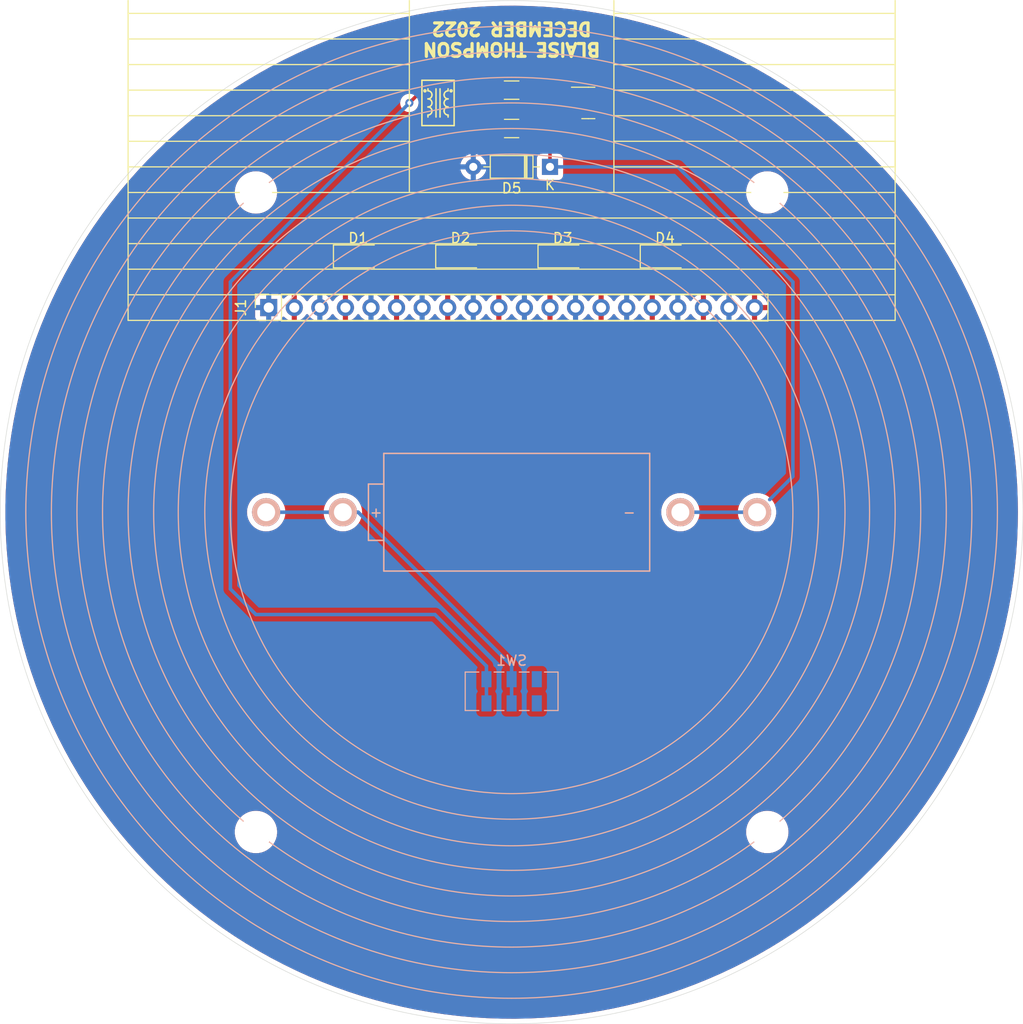
<source format=kicad_pcb>
(kicad_pcb (version 20211014) (generator pcbnew)

  (general
    (thickness 1.6)
  )

  (paper "USLetter")
  (title_block
    (title "2022 Ornament (Base)")
    (date "2022-11-27")
    (rev "A")
    (company "Blaise Thompson")
  )

  (layers
    (0 "F.Cu" signal)
    (31 "B.Cu" signal)
    (32 "B.Adhes" user "B.Adhesive")
    (33 "F.Adhes" user "F.Adhesive")
    (34 "B.Paste" user)
    (35 "F.Paste" user)
    (36 "B.SilkS" user "B.Silkscreen")
    (37 "F.SilkS" user "F.Silkscreen")
    (38 "B.Mask" user)
    (39 "F.Mask" user)
    (40 "Dwgs.User" user "User.Drawings")
    (41 "Cmts.User" user "User.Comments")
    (42 "Eco1.User" user "User.Eco1")
    (43 "Eco2.User" user "User.Eco2")
    (44 "Edge.Cuts" user)
    (45 "Margin" user)
    (46 "B.CrtYd" user "B.Courtyard")
    (47 "F.CrtYd" user "F.Courtyard")
    (48 "B.Fab" user)
    (49 "F.Fab" user)
  )

  (setup
    (pad_to_mask_clearance 0)
    (pcbplotparams
      (layerselection 0x00010fc_ffffffff)
      (disableapertmacros false)
      (usegerberextensions false)
      (usegerberattributes true)
      (usegerberadvancedattributes true)
      (creategerberjobfile true)
      (svguseinch false)
      (svgprecision 6)
      (excludeedgelayer true)
      (plotframeref false)
      (viasonmask false)
      (mode 1)
      (useauxorigin false)
      (hpglpennumber 1)
      (hpglpenspeed 20)
      (hpglpendiameter 15.000000)
      (dxfpolygonmode true)
      (dxfimperialunits true)
      (dxfusepcbnewfont true)
      (psnegative false)
      (psa4output false)
      (plotreference false)
      (plotvalue false)
      (plotinvisibletext false)
      (sketchpadsonfab false)
      (subtractmaskfromsilk false)
      (outputformat 1)
      (mirror false)
      (drillshape 0)
      (scaleselection 1)
      (outputdirectory "gerber")
    )
  )

  (net 0 "")
  (net 1 "GND")
  (net 2 "Net-(BT1-Pad1)")
  (net 3 "ANODE")
  (net 4 "Net-(L1-Pad1)")
  (net 5 "unconnected-(SW1-Pad1)")
  (net 6 "unconnected-(SW1-Pad4)")
  (net 7 "Net-(L1-Pad4)")
  (net 8 "Net-(Q1-Pad1)")
  (net 9 "CATHODE")

  (footprint "Connector_PinSocket_2.54mm:PinSocket_1x20_P2.54mm_Vertical" (layer "F.Cu") (at 102.87 81.28 90))

  (footprint "MountingHole:MountingHole_3.2mm_M3" (layer "F.Cu") (at 152.4 133.35))

  (footprint "Capacitor_SMD:C_1206_3216Metric_Pad1.33x1.80mm_HandSolder" (layer "F.Cu") (at 127 63.5))

  (footprint "MountingHole:MountingHole_3.2mm_M3" (layer "F.Cu") (at 152.4 69.85))

  (footprint "Resistor_SMD:R_1206_3216Metric_Pad1.30x1.75mm_HandSolder" (layer "F.Cu") (at 127 59.69))

  (footprint "LED_SMD:LED_1206_3216Metric_Pad1.42x1.75mm_HandSolder" (layer "F.Cu") (at 132.08 76.2))

  (footprint "footprints:SRF4532-510Y" (layer "F.Cu") (at 119.68875 60.96 -90))

  (footprint "MountingHole:MountingHole_3.2mm_M3" (layer "F.Cu") (at 101.6 133.35))

  (footprint "LED_SMD:LED_1206_3216Metric_Pad1.42x1.75mm_HandSolder" (layer "F.Cu") (at 142.24 76.2))

  (footprint "MountingHole:MountingHole_3.2mm_M3" (layer "F.Cu") (at 101.6 69.85))

  (footprint "LED_SMD:LED_1206_3216Metric_Pad1.42x1.75mm_HandSolder" (layer "F.Cu") (at 111.76 76.2))

  (footprint "Diode_THT:D_DO-35_SOD27_P7.62mm_Horizontal" (layer "F.Cu") (at 130.81 67.31 180))

  (footprint "LED_SMD:LED_1206_3216Metric_Pad1.42x1.75mm_HandSolder" (layer "F.Cu") (at 121.92 76.2))

  (footprint "Package_TO_SOT_SMD:SOT-23" (layer "F.Cu") (at 134.62 60.96))

  (footprint "Button_Switch_SMD:SW_DPDT_CK_JS202011JCQN" (layer "B.Cu") (at 127 119.38 180))

  (footprint "footprints:AA_PCB-Clip" (layer "B.Cu") (at 110.236 101.6))

  (gr_circle (center 127 101.6) (end 162.56 101.6) (layer "B.SilkS") (width 0.12) (fill none) (tstamp 2bcebda3-55df-4963-9542-ba0d36335357))
  (gr_circle (center 127 101.6) (end 154.94 101.6) (layer "B.SilkS") (width 0.12) (fill none) (tstamp 2e183dc2-0170-47df-86df-57b1cffe5d42))
  (gr_circle (center 127 101.6) (end 170.18 101.6) (layer "B.SilkS") (width 0.12) (fill none) (tstamp 3c7b1779-3902-42b5-9450-ca7b0e886d45))
  (gr_circle (center 127 101.6) (end 165.1 101.6) (layer "B.SilkS") (width 0.12) (fill none) (tstamp 694e8f5c-7e43-4dc1-8967-46f783c7fbe8))
  (gr_circle (center 127 101.6) (end 157.48 101.6) (layer "B.SilkS") (width 0.12) (fill none) (tstamp a0423c33-9b01-4bc7-bdbe-2895b7ea1ee2))
  (gr_circle (center 127 101.6) (end 167.64 101.6) (layer "B.SilkS") (width 0.12) (fill none) (tstamp aa9bdcb8-3eb1-4719-a11a-5826c75e3208))
  (gr_circle (center 127 101.6) (end 160.02 104.14) (layer "B.SilkS") (width 0.12) (fill none) (tstamp ec0cf8fe-1990-4860-9c34-77d6ea044112))
  (gr_circle (center 127 101.6) (end 172.72 101.6) (layer "B.SilkS") (width 0.12) (fill none) (tstamp f6e08b08-af9e-4128-b6c5-a8269f800e96))
  (gr_circle (center 127 101.6) (end 175.26 101.6) (layer "B.SilkS") (width 0.12) (fill none) (tstamp fea20986-1373-47f6-8cb4-ca560a5ce4da))
  (gr_line (start 165.1 64.77) (end 165.1 67.31) (layer "F.SilkS") (width 0.12) (tstamp 07aaa913-adf6-4f56-abe8-ecbf32bea8d5))
  (gr_line (start 165.1 59.69) (end 137.16 59.69) (layer "F.SilkS") (width 0.12) (tstamp 14ec25da-5bf6-4f9a-8d55-c5b2ceb8a16c))
  (gr_line (start 165.1 82.55) (end 165.1 50.8) (layer "F.SilkS") (width 0.12) (tstamp 1546cb06-0b41-4a20-85b2-a24188c7a544))
  (gr_line (start 88.9 62.23) (end 116.84 62.23) (layer "F.SilkS") (width 0.12) (tstamp 16f4f983-3ea4-4115-95a3-0d958b33071f))
  (gr_line (start 88.9 64.77) (end 116.84 64.77) (layer "F.SilkS") (width 0.12) (tstamp 1f41a058-42b9-4810-addf-27b90d245b65))
  (gr_line (start 88.9 57.15) (end 116.84 57.15) (layer "F.SilkS") (width 0.12) (tstamp 2d65f7e5-8b11-46f3-886c-c8ce5a95e12b))
  (gr_line (start 88.9 52.07) (end 116.84 52.07) (layer "F.SilkS") (width 0.12) (tstamp 3370360f-5e2e-4da6-8c90-c4b859a497c1))
  (gr_line (start 165.1 54.61) (end 137.16 54.61) (layer "F.SilkS") (width 0.12) (tstamp 3a475f56-8c0d-4515-b032-fe66d411ac65))
  (gr_line (start 88.9 67.31) (end 116.84 67.31) (layer "F.SilkS") (width 0.12) (tstamp 3b6ed885-1d75-4728-b4f3-b22d75ad4db1))
  (gr_line (start 88.9 59.69) (end 116.84 59.69) (layer "F.SilkS") (width 0.12) (tstamp 4195fe01-0349-44f7-acc5-3ec37ca35db6))
  (gr_line (start 165.1 74.93) (end 88.9 74.93) (layer "F.SilkS") (width 0.12) (tstamp 61248d9a-39f9-4a57-ad6f-99fa5e02884f))
  (gr_line (start 137.16 57.15) (end 137.16 69.85) (layer "F.SilkS") (width 0.12) (tstamp 727857fd-fb7f-4c9d-9fe1-5201cde7514e))
  (gr_line (start 137.16 57.15) (end 137.16 50.8) (layer "F.SilkS") (width 0.12) (tstamp 796efeb3-b7dd-4e20-acad-bd0fce6e5cca))
  (gr_line (start 165.1 52.07) (end 137.16 52.07) (layer "F.SilkS") (width 0.12) (tstamp 7a09afe0-f7ea-4885-b7b3-275ce8f9d0c8))
  (gr_line (start 165.1 62.23) (end 137.16 62.23) (layer "F.SilkS") (width 0.12) (tstamp 7fad84ba-3d52-4318-b7c6-cea4adf0dcae))
  (gr_line (start 88.9 82.55) (end 165.1 82.55) (layer "F.SilkS") (width 0.12) (tstamp 7fbb65d0-7581-4250-8237-a3cc697b2745))
  (gr_line (start 88.9 54.61) (end 116.84 54.61) (layer "F.SilkS") (width 0.12) (tstamp 84cfcca1-4340-45ae-abcd-164d347336fd))
  (gr_line (start 165.1 69.85) (end 88.9 69.85) (layer "F.SilkS") (width 0.12) (tstamp 8ccbb300-5a98-4d38-ae6d-a2e84925b59f))
  (gr_line (start 116.84 64.77) (end 116.84 69.85) (layer "F.SilkS") (width 0.12) (tstamp 933e84f7-850a-4dfb-a509-d7b543a4e7df))
  (gr_line (start 165.1 72.39) (end 88.9 72.39) (layer "F.SilkS") (width 0.12) (tstamp 995df7d0-d041-45df-b4e1-a2a88cc1dc93))
  (gr_line (start 116.84 57.15) (end 116.84 50.8) (layer "F.SilkS") (width 0.12) (tstamp b09e2c18-53ff-4b02-bad9-897f03a5462e))
  (gr_line (start 116.84 57.15) (end 116.84 64.77) (layer "F.SilkS") (width 0.12) (tstamp bb13b58f-8596-4250-8f84-44dcf630fbb5))
  (gr_line (start 165.1 67.31) (end 137.16 67.31) (layer "F.SilkS") (width 0.12) (tstamp bce5c509-97a5-44d0-98f1-c13032620e8a))
  (gr_line (start 137.16 64.77) (end 165.1 64.77) (layer "F.SilkS") (width 0.12) (tstamp cacf58be-d2c8-42b6-88b7-ae137d8bef26))
  (gr_line (start 165.1 77.47) (end 88.9 77.47) (layer "F.SilkS") (width 0.12) (tstamp d26e0854-d5f7-4624-9736-62bbd76e3da4))
  (gr_line (start 165.1 80.01) (end 88.9 80.01) (layer "F.SilkS") (width 0.12) (tstamp d341aac7-259f-474f-999f-00162a7a4f38))
  (gr_line (start 165.1 57.15) (end 137.16 57.15) (layer "F.SilkS") (width 0.12) (tstamp d7d60587-93e7-4cab-89c5-fbf711e6c3b0))
  (gr_line (start 88.9 82.55) (end 88.9 50.8) (layer "F.SilkS") (width 0.12) (tstamp ebc3b25b-d86c-4ab5-917e-3a1213311ace))
  (gr_circle (center 127 101.6) (end 177.8 101.6) (layer "Edge.Cuts") (width 0.05) (fill none) (tstamp 149d335e-776d-41aa-8e2f-18371144bc91))
  (gr_text "BLAISE THOMPSON\nDECEMBER 2022" (at 127 54.61 180) (layer "F.SilkS") (tstamp 00000000-0000-0000-0000-0000616e7203)
    (effects (font (size 1.27 1.27) (thickness 0.3175)))
  )

  (segment (start 133.6825 61.91) (end 132.4 61.91) (width 0.35) (layer "F.Cu") (net 1) (tstamp 16d4047d-c18a-407d-b464-2689acb6edeb))
  (segment (start 130.81 63.5) (end 130.81 67.31) (width 0.35) (layer "F.Cu") (net 1) (tstamp d50c24a1-4135-4eda-bc79-bd48d9be63cf))
  (segment (start 132.4 61.91) (end 130.81 63.5) (width 0.35) (layer "F.Cu") (net 1) (tstamp fa47ec92-999c-495a-8e46-655fbf34e48d))
  (segment (start 154.94 78.74) (end 143.51 67.31) (width 0.35) (layer "B.Cu") (net 1) (tstamp 2d3454dc-fdda-41a6-9e72-8ab7b224737a))
  (segment (start 154.94 98.044) (end 152.636993 100.347007) (width 0.35) (layer "B.Cu") (net 1) (tstamp 34259368-8418-4d6d-b44d-456f7d438171))
  (segment (start 154.94 98.044) (end 154.94 78.74) (width 0.35) (layer "B.Cu") (net 1) (tstamp 386430e5-c1c6-476d-b014-4cfe24c7e42a))
  (segment (start 143.764 101.6) (end 151.384 101.6) (width 0.35) (layer "B.Cu") (net 1) (tstamp 492b6044-9ca5-4a9c-af07-782bdf7abe9c))
  (segment (start 143.51 67.31) (end 130.81 67.31) (width 0.35) (layer "B.Cu") (net 1) (tstamp 4a8cc88c-44bb-453e-a225-f3872888b365))
  (segment (start 127 116.84) (end 111.76 101.6) (width 0.35) (layer "B.Cu") (net 2) (tstamp 2ff080f4-e287-42f5-b030-bb150dd3d34e))
  (segment (start 127 120.58) (end 127 116.84) (width 0.35) (layer "B.Cu") (net 2) (tstamp 510e8185-a253-45d1-9686-79fc12e05c26))
  (segment (start 106.68 101.6) (end 110.236 101.6) (width 0.35) (layer "B.Cu") (net 2) (tstamp 9938164d-1793-4fd0-8a8e-b886c0627703))
  (segment (start 102.616 101.6) (end 106.68 101.6) (width 0.35) (layer "B.Cu") (net 2) (tstamp a0684806-913b-4c17-a721-c1e3ecc87219))
  (segment (start 111.76 101.6) (end 110.236 101.6) (width 0.35) (layer "B.Cu") (net 2) (tstamp cb44f76b-c919-49dd-9bbe-ad7a5e45a4ce))
  (segment (start 133.5675 76.2) (end 135.89 78.5225) (width 0.35) (layer "F.Cu") (net 3) (tstamp 29768ec6-6d47-44ab-b238-d64f28da9765))
  (segment (start 115.57 78.5225) (end 115.57 81.28) (width 0.35) (layer "F.Cu") (net 3) (tstamp 50c9779c-147f-4a5f-88db-3ff43bf1a15c))
  (segment (start 113.2475 76.2) (end 115.57 78.5225) (width 0.35) (layer "F.Cu") (net 3) (tstamp 77839e57-3398-4df6-83b7-58fbcb081452))
  (segment (start 135.89 78.5225) (end 135.89 81.28) (width 0.35) (layer "F.Cu") (net 3) (tstamp 922619b1-14ab-43d9-90b9-6552bbab1a14))
  (segment (start 143.7275 76.2) (end 146.05 78.5225) (width 0.35) (layer "F.Cu") (net 3) (tstamp c25856f8-c5b3-41e8-bb51-2cd63c668e12))
  (segment (start 146.05 78.5225) (end 146.05 81.28) (width 0.35) (layer "F.Cu") (net 3) (tstamp c458d180-15bf-409a-a6c7-e73666a28788))
  (segment (start 125.73 78.5225) (end 125.73 81.28) (width 0.35) (layer "F.Cu") (net 3) (tstamp c90ad4eb-87f1-44b5-b788-508e1bfc5dc3))
  (segment (start 123.4075 76.2) (end 125.73 78.5225) (width 0.35) (layer "F.Cu") (net 3) (tstamp fd841c3b-4e6e-4f77-8a02-890dd0f5563b))
  (segment (start 118.56375 60.14375) (end 117.65625 60.14375) (width 0.35) (layer "F.Cu") (net 4) (tstamp 46936ded-e6dd-4b1f-86cf-5b16c5e41400))
  (segment (start 120.81375 62.39375) (end 118.56375 60.14375) (width 0.35) (layer "F.Cu") (net 4) (tstamp 6a116c9d-a1e3-4134-a751-edbc5ee51b93))
  (segment (start 118.56375 60.14375) (end 118.56375 58.91) (width 0.35) (layer "F.Cu") (net 4) (tstamp 8fd1d3e4-dd14-4763-89e5-74ac8e6e65df))
  (segment (start 117.65625 60.14375) (end 116.84 60.96) (width 0.35) (layer "F.Cu") (net 4) (tstamp bf69de66-524d-40be-bf34-1bd9ed0a2cce))
  (segment (start 120.81375 63.01) (end 120.81375 62.39375) (width 0.35) (layer "F.Cu") (net 4) (tstamp e8f9ee59-cbef-4977-94a3-b10f286384b9))
  (via (at 116.84 60.96) (size 0.8) (drill 0.4) (layers "F.Cu" "B.Cu") (net 4) (tstamp adc73c11-b0f9-4a49-8a67-c9118db18a0c))
  (segment (start 124.5 118.18) (end 124.5 116.88) (width 0.35) (layer "B.Cu") (net 4) (tstamp 042a003b-8414-48f5-acf2-c6edb05772e2))
  (segment (start 124.5 116.88) (end 119.38 111.76) (width 0.35) (layer "B.Cu") (net 4) (tstamp 33823a43-c233-4ca7-a6e9-1898230b052d))
  (segment (start 124.5 120.58) (end 124.5 118.18) (width 0.35) (layer "B.Cu") (net 4) (tstamp 805b23df-c7df-4570-99b5-37f084f18bad))
  (segment (start 99.06 109.22) (end 99.06 78.74) (width 0.35) (layer "B.Cu") (net 4) (tstamp 843ee388-24a6-413c-9c34-d449dffc45b5))
  (segment (start 101.6 76.2) (end 116.84 60.96) (width 0.35) (layer "B.Cu") (net 4) (tstamp 88d7ddad-2a56-447f-90f8-d63606fb03b7))
  (segment (start 99.06 78.74) (end 101.6 76.2) (width 0.35) (layer "B.Cu") (net 4) (tstamp a777e9a9-d75e-46ad-bf50-1a9b8faafc46))
  (segment (start 101.6 111.76) (end 99.06 109.22) (width 0.35) (layer "B.Cu") (net 4) (tstamp b6dff8ff-dd3b-4bc9-8ef0-913ffb1f395c))
  (segment (start 119.38 111.76) (end 101.6 111.76) (width 0.35) (layer "B.Cu") (net 4) (tstamp e44603ed-e7d6-4f10-805a-94af807bca42))
  (segment (start 124.67 58.91) (end 120.81375 58.91) (width 0.35) (layer "F.Cu") (net 7) (tstamp 3debd946-b920-4a23-b18c-216d1ecfaf60))
  (segment (start 125.45 59.69) (end 124.67 58.91) (width 0.35) (layer "F.Cu") (net 7) (tstamp 7e85fb62-eadd-4863-96af-ccbaba673cc1))
  (segment (start 128.87 60.01) (end 128.55 59.69) (width 0.35) (layer "F.Cu") (net 8) (tstamp aa6b1f59-86ec-4c79-a0bb-727a043d59a2))
  (segment (start 133.6825 60.01) (end 128.87 60.01) (width 0.35) (layer "F.Cu") (net 8) (tstamp e5239f6a-4122-4d03-86d5-02dcbebce7cc))
  (segment (start 128.5625 63.5) (end 128.5625 65.7475) (width 0.35) (layer "F.Cu") (net 9) (tstamp 2a4b4711-0dd0-48e1-abd1-75be92eabfce))
  (segment (start 127 67.31) (end 123.19 67.31) (width 0.35) (layer "F.Cu") (net 9) (tstamp 771d0680-b94c-4be3-9adc-cd3e0bd707e3))
  (segment (start 128.5625 65.7475) (end 127 67.31) (width 0.35) (layer "F.Cu") (net 9) (tstamp 7f6ba0f4-0c4c-4b9d-b42f-4fb65e1b17cd))

  (zone (net 3) (net_name "ANODE") (layer "F.Cu") (tstamp f70f802e-7140-4438-a85f-d3ec513f4e6a) (hatch edge 0.508)
    (connect_pads (clearance 0.508))
    (min_thickness 0.254) (filled_areas_thickness no)
    (fill yes (thermal_gap 0.508) (thermal_bridge_width 0.508))
    (polygon
      (pts
        (xy 177.8 152.4)
        (xy 76.2 152.4)
        (xy 76.2 50.8)
        (xy 177.8 50.8)
      )
    )
    (filled_polygon
      (layer "F.Cu")
      (pts
        (xy 127.35286 51.309763)
        (xy 127.765328 51.318403)
        (xy 128.753361 51.339099)
        (xy 128.756877 51.339221)
        (xy 129.86129 51.393236)
        (xy 130.156081 51.407654)
        (xy 130.159577 51.407873)
        (xy 131.556322 51.515347)
        (xy 131.559777 51.515662)
        (xy 132.810836 51.647153)
        (xy 132.952981 51.662093)
        (xy 132.956476 51.66251)
        (xy 134.345002 51.847779)
        (xy 134.348459 51.848289)
        (xy 135.008396 51.955176)
        (xy 135.731291 52.07226)
        (xy 135.734756 52.072871)
        (xy 137.110762 52.335358)
        (xy 137.114209 52.336065)
        (xy 137.774908 52.481329)
        (xy 138.482435 52.636889)
        (xy 138.485815 52.637683)
        (xy 139.128817 52.798001)
        (xy 139.845048 52.976578)
        (xy 139.848408 52.977465)
        (xy 141.197732 53.354202)
        (xy 141.201045 53.355178)
        (xy 142.53923 53.769416)
        (xy 142.542576 53.770503)
        (xy 143.868695 54.22195)
        (xy 143.87201 54.223131)
        (xy 145.185017 54.711435)
        (xy 145.188297 54.712707)
        (xy 146.487089 55.237452)
        (xy 146.490333 55.238815)
        (xy 147.774082 55.799672)
        (xy 147.777215 55.801094)
        (xy 149.044758 56.397553)
        (xy 149.047867 56.399069)
        (xy 150.125278 56.943309)
        (xy 150.298281 57.030699)
        (xy 150.301399 57.032329)
        (xy 151.53368 57.69862)
        (xy 151.536721 57.700321)
        (xy 152.749868 58.400731)
        (xy 152.75289 58.402532)
        (xy 153.946048 59.136569)
        (xy 153.949019 59.138455)
        (xy 155.121164 59.905485)
        (xy 155.124081 59.907452)
        (xy 155.505814 60.172763)
        (xy 156.274411 60.706952)
        (xy 156.277222 60.708964)
        (xy 157.213437 61.399202)
        (xy 157.404807 61.540292)
        (xy 157.407609 61.54242)
        (xy 158.483811 62.38324)
        (xy 158.511446 62.404831)
        (xy 158.51418 62.407028)
        (xy 158.826147 62.66511)
        (xy 159.593569 63.299977)
        (xy 159.596249 63.302258)
        (xy 160.025004 63.677604)
        (xy 160.625801 64.203562)
        (xy 160.650247 64.224963)
        (xy 160.652851 64.227307)
        (xy 161.387567 64.907662)
        (xy 161.680702 65.179108)
        (xy 161.68325 65.181534)
        (xy 162.684131 66.161669)
        (xy 162.68661 66.164166)
        (xy 163.659717 67.171847)
        (xy 163.662125 67.174412)
        (xy 164.6067 68.208854)
        (xy 164.609036 68.211485)
        (xy 165.524363 69.271902)
        (xy 165.526625 69.274597)
        (xy 166.107608 69.986951)
        (xy 166.412007 70.360181)
        (xy 166.414193 70.362939)
        (xy 167.268915 71.47282)
        (xy 167.271022 71.475637)
        (xy 168.09441 72.608933)
        (xy 168.096438 72.611808)
        (xy 168.887871 73.767666)
        (xy 168.889818 73.770597)
        (xy 169.648651 74.948076)
        (xy 169.650516 74.95106)
        (xy 170.376195 76.149299)
        (xy 170.377975 76.152333)
        (xy 171.03192 77.303483)
        (xy 171.069915 77.370367)
        (xy 171.071599 77.373432)
        (xy 171.183295 77.5835)
        (xy 171.729244 78.610281)
        (xy 171.730853 78.61341)
        (xy 172.353732 79.868191)
        (xy 172.355252 79.871364)
        (xy 172.443042 80.061358)
        (xy 172.888769 81.026)
        (xy 172.942833 81.143006)
        (xy 172.944254 81.146197)
        (xy 173.417202 82.249667)
        (xy 173.496111 82.433775)
        (xy 173.497452 82.437028)
        (xy 174.013147 83.739525)
        (xy 174.014396 83.742814)
        (xy 174.493519 85.059196)
        (xy 174.494658 85.062467)
        (xy 174.936832 86.391694)
        (xy 174.937896 86.395048)
        (xy 175.342782 87.736092)
        (xy 175.343752 87.739474)
        (xy 175.711039 89.091316)
        (xy 175.711914 89.094724)
        (xy 176.041306 90.456267)
        (xy 176.042086 90.459698)
        (xy 176.333344 91.829959)
        (xy 176.334024 91.833398)
        (xy 176.460301 92.521421)
        (xy 176.586901 93.21121)
        (xy 176.587488 93.214679)
        (xy 176.801801 94.59906)
        (xy 176.80229 94.602544)
        (xy 176.977855 95.992284)
        (xy 176.978248 95.995781)
        (xy 177.114951 97.389983)
        (xy 177.115245 97.393489)
        (xy 177.212962 98.790912)
        (xy 177.213158 98.794425)
        (xy 177.271817 100.193994)
        (xy 177.271916 100.197511)
        (xy 177.291475 101.598241)
        (xy 177.291475 101.601759)
        (xy 177.271916 103.002489)
        (xy 177.271817 103.006006)
        (xy 177.213158 104.405575)
        (xy 177.212962 104.409088)
        (xy 177.115245 105.806511)
        (xy 177.114951 105.810017)
        (xy 176.978248 107.204219)
        (xy 176.977855 107.207716)
        (xy 176.80229 108.597456)
        (xy 176.801801 108.60094)
        (xy 176.587488 109.985321)
        (xy 176.586905 109.988766)
        (xy 176.459979 110.680332)
        (xy 176.334027 111.366589)
        (xy 176.333344 111.370041)
        (xy 176.042086 112.740302)
        (xy 176.041306 112.743733)
        (xy 175.711914 114.105276)
        (xy 175.711039 114.108684)
        (xy 175.343752 115.460526)
        (xy 175.342782 115.463908)
        (xy 174.937896 116.804952)
        (xy 174.936832 116.808306)
        (xy 174.494658 118.137533)
        (xy 174.493519 118.140804)
        (xy 174.253943 118.799036)
        (xy 174.014396 119.457186)
        (xy 174.013147 119.460475)
        (xy 173.497452 120.762972)
        (xy 173.496111 120.766225)
        (xy 172.944264 122.05378)
        (xy 172.942843 122.056971)
        (xy 172.522904 122.965803)
        (xy 172.355252 123.328636)
        (xy 172.353732 123.331809)
        (xy 171.730853 124.58659)
        (xy 171.729244 124.589719)
        (xy 171.07161 125.826549)
        (xy 171.069925 125.829614)
        (xy 170.59846 126.659543)
        (xy 170.377975 127.047667)
        (xy 170.376195 127.050701)
        (xy 169.650516 128.24894)
        (xy 169.648651 128.251924)
        (xy 168.889818 129.429403)
        (xy 168.887871 129.432334)
        (xy 168.096438 130.588192)
        (xy 168.09441 130.591067)
        (xy 167.271022 131.724363)
        (xy 167.268915 131.72718)
        (xy 166.414193 132.837061)
        (xy 166.412016 132.839807)
        (xy 165.891178 133.478417)
        (xy 165.526625 133.925403)
        (xy 165.524363 133.928098)
        (xy 164.609036 134.988515)
        (xy 164.6067 134.991146)
        (xy 163.662125 136.025588)
        (xy 163.659717 136.028153)
        (xy 162.68661 137.035834)
        (xy 162.684131 137.038331)
        (xy 161.68325 138.018466)
        (xy 161.680702 138.020892)
        (xy 160.652862 138.972683)
        (xy 160.650247 138.975037)
        (xy 159.596249 139.897742)
        (xy 159.593569 139.900023)
        (xy 158.514188 140.792965)
        (xy 158.511446 140.795169)
        (xy 157.407609 141.65758)
        (xy 157.404807 141.659708)
        (xy 156.277222 142.491036)
        (xy 156.274411 142.493048)
        (xy 155.694929 142.895799)
        (xy 155.124081 143.292548)
        (xy 155.121164 143.294515)
        (xy 153.949019 144.061545)
        (xy 153.946048 144.063431)
        (xy 152.75289 144.797468)
        (xy 152.749878 144.799263)
        (xy 151.792657 145.351915)
        (xy 151.536736 145.499671)
        (xy 151.53368 145.50138)
        (xy 150.911152 145.837979)
        (xy 150.301399 146.167671)
        (xy 150.298281 146.169301)
        (xy 149.047867 146.800931)
        (xy 149.044758 146.802447)
        (xy 147.777215 147.398906)
        (xy 147.774082 147.400328)
        (xy 146.596568 147.914772)
        (xy 146.490333 147.961185)
        (xy 146.487089 147.962548)
        (xy 145.188297 148.487293)
        (xy 145.185017 148.488565)
        (xy 143.87201 148.976869)
        (xy 143.868695 148.97805)
        (xy 142.542576 149.429497)
        (xy 142.53923 149.430584)
        (xy 141.201045 149.844822)
        (xy 141.197732 149.845798)
        (xy 139.848408 150.222535)
        (xy 139.845048 150.223422)
        (xy 139.148145 150.39718)
        (xy 138.485815 150.562317)
        (xy 138.482435 150.563111)
        (xy 137.904145 150.690256)
        (xy 137.114209 150.863935)
        (xy 137.110762 150.864642)
        (xy 135.734756 151.127129)
        (xy 135.731291 151.12774)
        (xy 135.039881 151.239725)
        (xy 134.348459 151.351711)
        (xy 134.345002 151.352221)
        (xy 133.612775 151.449921)
        (xy 132.956474 151.53749)
        (xy 132.952978 151.537907)
        (xy 131.559777 151.684338)
        (xy 131.556322 151.684653)
        (xy 130.159577 151.792127)
        (xy 130.156081 151.792346)
        (xy 129.86129 151.806764)
        (xy 128.756877 151.860779)
        (xy 128.753361 151.860901)
        (xy 127.765328 151.881597)
        (xy 127.35286 151.890237)
        (xy 127.349366 151.890262)
        (xy 126.688403 151.885648)
        (xy 125.948521 151.880482)
        (xy 125.945004 151.880408)
        (xy 124.545028 151.83152)
        (xy 124.541513 151.831348)
        (xy 123.143438 151.743388)
        (xy 123.13993 151.743118)
        (xy 122.106348 151.649055)
        (xy 121.744879 151.616159)
        (xy 121.741394 151.615794)
        (xy 121.084721 151.53749)
        (xy 120.350349 151.449921)
        (xy 120.346862 151.449455)
        (xy 119.932466 151.388263)
        (xy 118.961062 151.244818)
        (xy 118.957661 151.244268)
        (xy 117.578019 151.001)
        (xy 117.574564 151.00034)
        (xy 116.911871 150.864309)
        (xy 116.202375 150.71867)
        (xy 116.198941 150.717916)
        (xy 114.835105 150.398031)
        (xy 114.831691 150.39718)
        (xy 113.477328 150.039341)
        (xy 113.473939 150.038395)
        (xy 112.130067 149.642873)
        (xy 112.126706 149.641832)
        (xy 110.794447 149.208954)
        (xy 110.791116 149.20782)
        (xy 109.471463 148.737913)
        (xy 109.468165 148.736687)
        (xy 108.162111 148.230102)
        (xy 108.158849 148.228784)
        (xy 106.867455 147.685932)
        (xy 106.864231 147.684523)
        (xy 105.588532 147.105841)
        (xy 105.585348 147.104343)
        (xy 104.326277 146.490253)
        (xy 104.323137 146.488667)
        (xy 103.081689 145.839653)
        (xy 103.078594 145.837979)
        (xy 101.855791 145.154578)
        (xy 101.852744 145.152819)
        (xy 100.649468 144.435522)
        (xy 100.646471 144.433678)
        (xy 99.787825 143.888765)
        (xy 99.463705 143.683072)
        (xy 99.460795 143.681168)
        (xy 98.299415 142.897807)
        (xy 98.296526 142.895799)
        (xy 97.157503 142.080339)
        (xy 97.154671 142.078251)
        (xy 96.038874 141.231315)
        (xy 96.036101 141.229149)
        (xy 94.944357 140.351365)
        (xy 94.941646 140.349122)
        (xy 93.874844 139.441202)
        (xy 93.872197 139.438884)
        (xy 93.186487 138.821467)
        (xy 92.831201 138.501567)
        (xy 92.828622 138.499179)
        (xy 91.814153 137.533114)
        (xy 91.811639 137.530652)
        (xy 90.824559 136.536656)
        (xy 90.822115 136.534125)
        (xy 89.86319 135.512975)
        (xy 89.860817 135.510377)
        (xy 88.930724 134.462787)
        (xy 88.928461 134.460165)
        (xy 88.108272 133.482703)
        (xy 99.490743 133.482703)
        (xy 99.528268 133.767734)
        (xy 99.604129 134.045036)
        (xy 99.716923 134.309476)
        (xy 99.864561 134.556161)
        (xy 100.044313 134.780528)
        (xy 100.252851 134.978423)
        (xy 100.486317 135.146186)
        (xy 100.490112 135.148195)
        (xy 100.490113 135.148196)
        (xy 100.511869 135.159715)
        (xy 100.740392 135.280712)
        (xy 101.010373 135.379511)
        (xy 101.291264 135.440755)
        (xy 101.319841 135.443004)
        (xy 101.514282 135.458307)
        (xy 101.514291 135.458307)
        (xy 101.516739 135.4585)
        (xy 101.672271 135.4585)
        (xy 101.674407 135.458354)
        (xy 101.674418 135.458354)
        (xy 101.882548 135.444165)
        (xy 101.882554 135.444164)
        (xy 101.886825 135.443873)
        (xy 101.89102 135.443004)
        (xy 101.891022 135.443004)
        (xy 102.027584 135.414723)
        (xy 102.168342 135.385574)
        (xy 102.439343 135.289607)
        (xy 102.694812 135.15775)
        (xy 102.698313 135.155289)
        (xy 102.698317 135.155287)
        (xy 102.812418 135.075095)
        (xy 102.930023 134.992441)
        (xy 103.140622 134.79674)
        (xy 103.322713 134.574268)
        (xy 103.472927 134.329142)
        (xy 103.588483 134.065898)
        (xy 103.667244 133.789406)
        (xy 103.707751 133.504784)
        (xy 103.707845 133.486951)
        (xy 103.707867 133.482703)
        (xy 150.290743 133.482703)
        (xy 150.328268 133.767734)
        (xy 150.404129 134.045036)
        (xy 150.516923 134.309476)
        (xy 150.664561 134.556161)
        (xy 150.844313 134.780528)
        (xy 151.052851 134.978423)
        (xy 151.286317 135.146186)
        (xy 151.290112 135.148195)
        (xy 151.290113 135.148196)
        (xy 151.311869 135.159715)
        (xy 151.540392 135.280712)
        (xy 151.810373 135.379511)
        (xy 152.091264 135.440755)
        (xy 152.119841 135.443004)
        (xy 152.314282 135.458307)
        (xy 152.314291 135.458307)
        (xy 152.316739 135.4585)
        (xy 152.472271 135.4585)
        (xy 152.474407 135.458354)
        (xy 152.474418 135.458354)
        (xy 152.682548 135.444165)
        (xy 152.682554 135.444164)
        (xy 152.686825 135.443873)
        (xy 152.69102 135.443004)
        (xy 152.691022 135.443004)
        (xy 152.827584 135.414723)
        (xy 152.968342 135.385574)
        (xy 153.239343 135.289607)
        (xy 153.494812 135.15775)
        (xy 153.498313 135.155289)
        (xy 153.498317 135.155287)
        (xy 153.612418 135.075095)
        (xy 153.730023 134.992441)
        (xy 153.940622 134.79674)
        (xy 154.122713 134.574268)
        (xy 154.272927 134.329142)
        (xy 154.388483 134.065898)
        (xy 154.467244 133.789406)
        (xy 154.507751 133.504784)
        (xy 154.507845 133.486951)
        (xy 154.509235 133.221583)
        (xy 154.509235 133.221576)
        (xy 154.509257 133.217297)
        (xy 154.471732 132.932266)
        (xy 154.395871 132.654964)
        (xy 154.283077 132.390524)
        (xy 154.135439 132.143839)
        (xy 153.955687 131.919472)
        (xy 153.789002 131.761294)
        (xy 153.750258 131.724527)
        (xy 153.750255 131.724525)
        (xy 153.747149 131.721577)
        (xy 153.513683 131.553814)
        (xy 153.491843 131.54225)
        (xy 153.468654 131.529972)
        (xy 153.259608 131.419288)
        (xy 152.989627 131.320489)
        (xy 152.708736 131.259245)
        (xy 152.677685 131.256801)
        (xy 152.485718 131.241693)
        (xy 152.485709 131.241693)
        (xy 152.483261 131.2415)
        (xy 152.327729 131.2415)
        (xy 152.325593 131.241646)
        (xy 152.325582 131.241646)
        (xy 152.117452 131.255835)
        (xy 152.117446 131.255836)
        (xy 152.113175 131.256127)
        (xy 152.10898 131.256996)
        (xy 152.108978 131.256996)
        (xy 151.972417 131.285276)
        (xy 151.831658 131.314426)
        (xy 151.560657 131.410393)
        (xy 151.305188 131.54225)
        (xy 151.301687 131.544711)
        (xy 151.301683 131.544713)
        (xy 151.291594 131.551804)
        (xy 151.069977 131.707559)
        (xy 150.859378 131.90326)
        (xy 150.677287 132.125732)
        (xy 150.527073 132.370858)
        (xy 150.411517 132.634102)
        (xy 150.332756 132.910594)
        (xy 150.292249 133.195216)
        (xy 150.292227 133.199505)
        (xy 150.292226 133.199512)
        (xy 150.291258 133.384318)
        (xy 150.290743 133.482703)
        (xy 103.707867 133.482703)
        (xy 103.709235 133.221583)
        (xy 103.709235 133.221576)
        (xy 103.709257 133.217297)
        (xy 103.671732 132.932266)
        (xy 103.595871 132.654964)
        (xy 103.483077 132.390524)
        (xy 103.335439 132.143839)
        (xy 103.155687 131.919472)
        (xy 102.989002 131.761294)
        (xy 102.950258 131.724527)
        (xy 102.950255 131.724525)
        (xy 102.947149 131.721577)
        (xy 102.713683 131.553814)
        (xy 102.691843 131.54225)
        (xy 102.668654 131.529972)
        (xy 102.459608 131.419288)
        (xy 102.189627 131.320489)
        (xy 101.908736 131.259245)
        (xy 101.877685 131.256801)
        (xy 101.685718 131.241693)
        (xy 101.685709 131.241693)
        (xy 101.683261 131.2415)
        (xy 101.527729 131.2415)
        (xy 101.525593 131.241646)
        (xy 101.525582 131.241646)
        (xy 101.317452 131.255835)
        (xy 101.317446 131.255836)
        (xy 101.313175 131.256127)
        (xy 101.30898 131.256996)
        (xy 101.308978 131.256996)
        (xy 101.172417 131.285276)
        (xy 101.031658 131.314426)
        (xy 100.760657 131.410393)
        (xy 100.505188 131.54225)
        (xy 100.501687 131.544711)
        (xy 100.501683 131.544713)
        (xy 100.491594 131.551804)
        (xy 100.269977 131.707559)
        (xy 100.059378 131.90326)
        (xy 99.877287 132.125732)
        (xy 99.727073 132.370858)
        (xy 99.611517 132.634102)
        (xy 99.532756 132.910594)
        (xy 99.492249 133.195216)
        (xy 99.492227 133.199505)
        (xy 99.492226 133.199512)
        (xy 99.491258 133.384318)
        (xy 99.490743 133.482703)
        (xy 88.108272 133.482703)
        (xy 88.028002 133.387041)
        (xy 88.025782 133.384318)
        (xy 87.890036 133.213049)
        (xy 87.155651 132.286486)
        (xy 87.15351 132.283706)
        (xy 87.046373 132.140492)
        (xy 86.373951 131.241646)
        (xy 86.314368 131.162)
        (xy 86.3123 131.159153)
        (xy 85.504824 130.014482)
        (xy 85.502836 130.011579)
        (xy 84.727624 128.844792)
        (xy 84.725718 128.841835)
        (xy 83.983382 127.653849)
        (xy 83.981559 127.650839)
        (xy 83.27269 126.442601)
        (xy 83.270952 126.439542)
        (xy 82.596073 125.211942)
        (xy 82.594422 125.208835)
        (xy 81.954128 123.962958)
        (xy 81.952563 123.959807)
        (xy 81.347272 122.696466)
        (xy 81.345796 122.693272)
        (xy 80.776019 121.413534)
        (xy 80.774633 121.4103)
        (xy 80.240811 120.115148)
        (xy 80.239516 120.111877)
        (xy 80.145744 119.865021)
        (xy 79.742051 118.802291)
        (xy 79.740867 118.799036)
        (xy 79.511665 118.140856)
        (xy 79.280186 117.476141)
        (xy 79.279076 117.472806)
        (xy 79.06722 116.804952)
        (xy 78.855488 116.13749)
        (xy 78.854479 116.134146)
        (xy 78.468354 114.787565)
        (xy 78.467432 114.78417)
        (xy 78.119066 113.427375)
        (xy 78.118238 113.423955)
        (xy 77.807877 112.057892)
        (xy 77.807146 112.054451)
        (xy 77.535062 110.680332)
        (xy 77.534426 110.676871)
        (xy 77.300804 109.295612)
        (xy 77.300266 109.292135)
        (xy 77.105308 107.904938)
        (xy 77.104867 107.901447)
        (xy 76.948716 106.509325)
        (xy 76.948373 106.505823)
        (xy 76.831157 105.109933)
        (xy 76.830911 105.106424)
        (xy 76.752712 103.707733)
        (xy 76.752565 103.704217)
        (xy 76.713451 102.303933)
        (xy 76.713402 102.300415)
        (xy 76.713402 101.539994)
        (xy 100.706576 101.539994)
        (xy 100.708934 101.6)
        (xy 100.713772 101.723135)
        (xy 100.71717 101.809633)
        (xy 100.765651 102.075089)
        (xy 100.851051 102.331066)
        (xy 100.853044 102.335054)
        (xy 100.930386 102.489839)
        (xy 100.971667 102.572456)
        (xy 101.125092 102.794443)
        (xy 101.308264 102.992598)
        (xy 101.311718 102.99541)
        (xy 101.454883 103.111964)
        (xy 101.517529 103.162966)
        (xy 101.654457 103.245403)
        (xy 101.744896 103.299852)
        (xy 101.7449 103.299854)
        (xy 101.748712 103.302149)
        (xy 101.908013 103.369605)
        (xy 101.993101 103.405635)
        (xy 101.993105 103.405636)
        (xy 101.997199 103.40737)
        (xy 102.001491 103.408508)
        (xy 102.001494 103.408509)
        (xy 102.253736 103.47539)
        (xy 102.25374 103.475391)
        (xy 102.258033 103.476529)
        (xy 102.262442 103.477051)
        (xy 102.262448 103.477052)
        (xy 102.438105 103.497842)
        (xy 102.526009 103.508246)
        (xy 102.795781 103.501889)
        (xy 102.954984 103.47539)
        (xy 103.057576 103.458314)
        (xy 103.05758 103.458313)
        (xy 103.061966 103.457583)
        (xy 103.066207 103.456242)
        (xy 103.06621 103.456241)
        (xy 103.315007 103.377557)
        (xy 103.315009 103.377556)
        (xy 103.319253 103.376214)
        (xy 103.323264 103.374288)
        (xy 103.323269 103.374286)
        (xy 103.558489 103.261335)
        (xy 103.55849 103.261334)
        (xy 103.562508 103.259405)
        (xy 103.711046 103.160155)
        (xy 103.783169 103.111964)
        (xy 103.783173 103.111961)
        (xy 103.786877 103.109486)
        (xy 103.790194 103.106515)
        (xy 103.790198 103.106512)
        (xy 103.984567 102.932421)
        (xy 103.984568 102.93242)
        (xy 103.987885 102.929449)
        (xy 104.161519 102.722886)
        (xy 104.304317 102.493918)
        (xy 104.413428 102.247114)
        (xy 104.486675 101.987398)
        (xy 104.487514 101.981149)
        (xy 104.52217 101.723135)
        (xy 104.522171 101.723127)
        (xy 104.522597 101.719953)
        (xy 104.526367 101.6)
        (xy 104.522118 101.539994)
        (xy 108.326576 101.539994)
        (xy 108.328934 101.6)
        (xy 108.333772 101.723135)
        (xy 108.33717 101.809633)
        (xy 108.385651 102.075089)
        (xy 108.471051 102.331066)
        (xy 108.473044 102.335054)
        (xy 108.550386 102.489839)
        (xy 108.591667 102.572456)
        (xy 108.745092 102.794443)
        (xy 108.928264 102.992598)
        (xy 108.931718 102.99541)
        (xy 109.074883 103.111964)
        (xy 109.137529 103.162966)
        (xy 109.274457 103.245403)
        (xy 109.364896 103.299852)
        (xy 109.3649 103.299854)
        (xy 109.368712 103.302149)
        (xy 109.528013 103.369605)
        (xy 109.613101 103.405635)
        (xy 109.613105 103.405636)
        (xy 109.617199 103.40737)
        (xy 109.621491 103.408508)
        (xy 109.621494 103.408509)
        (xy 109.873736 103.47539)
        (xy 109.87374 103.475391)
        (xy 109.878033 103.476529)
        (xy 109.882442 103.477051)
        (xy 109.882448 103.477052)
        (xy 110.058105 103.497842)
        (xy 110.146009 103.508246)
        (xy 110.415781 103.501889)
        (xy 110.574984 103.47539)
        (xy 110.677576 103.458314)
        (xy 110.67758 103.458313)
        (xy 110.681966 103.457583)
        (xy 110.686207 103.456242)
        (xy 110.68621 103.456241)
        (xy 110.935007 103.377557)
        (xy 110.935009 103.377556)
        (xy 110.939253 103.376214)
        (xy 110.943264 103.374288)
        (xy 110.943269 103.374286)
        (xy 111.178489 103.261335)
        (xy 111.17849 103.261334)
        (xy 111.182508 103.259405)
        (xy 111.331046 103.160155)
        (xy 111.403169 103.111964)
        (xy 111.403173 103.111961)
        (xy 111.406877 103.109486)
        (xy 111.410194 103.106515)
        (xy 111.410198 103.106512)
        (xy 111.604567 102.932421)
        (xy 111.604568 102.93242)
        (xy 111.607885 102.929449)
        (xy 111.781519 102.722886)
        (xy 111.924317 102.493918)
        (xy 112.033428 102.247114)
        (xy 112.106675 101.987398)
        (xy 112.107514 101.981149)
        (xy 112.14217 101.723135)
        (xy 112.142171 101.723127)
        (xy 112.142597 101.719953)
        (xy 112.146367 101.6)
        (xy 112.142118 101.539994)
        (xy 141.854576 101.539994)
        (xy 141.856934 101.6)
        (xy 141.861772 101.723135)
        (xy 141.86517 101.809633)
        (xy 141.913651 102.075089)
        (xy 141.999051 102.331066)
        (xy 142.001044 102.335054)
        (xy 142.078386 102.489839)
        (xy 142.119667 102.572456)
        (xy 142.273092 102.794443)
        (xy 142.456264 102.992598)
        (xy 142.459718 102.99541)
        (xy 142.602883 103.111964)
        (xy 142.665529 103.162966)
        (xy 142.802457 103.245403)
        (xy 142.892896 103.299852)
        (xy 142.8929 103.299854)
        (xy 142.896712 103.302149)
        (xy 143.056013 103.369605)
        (xy 143.141101 103.405635)
        (xy 143.141105 103.405636)
        (xy 143.145199 103.40737)
        (xy 143.149491 103.408508)
        (xy 143.149494 103.408509)
        (xy 143.401736 103.47539)
        (xy 143.40174 103.475391)
        (xy 143.406033 103.476529)
        (xy 143.410442 103.477051)
        (xy 143.410448 103.477052)
        (xy 143.586105 103.497842)
        (xy 143.674009 103.508246)
        (xy 143.943781 103.501889)
        (xy 144.102984 103.47539)
        (xy 144.205576 103.458314)
        (xy 144.20558 103.458313)
        (xy 144.209966 103.457583)
        (xy 144.214207 103.456242)
        (xy 144.21421 103.456241)
        (xy 144.463007 103.377557)
        (xy 144.463009 103.377556)
        (xy 144.467253 103.376214)
        (xy 144.471264 103.374288)
        (xy 144.471269 103.374286)
        (xy 144.706489 103.261335)
        (xy 144.70649 103.261334)
        (xy 144.710508 103.259405)
        (xy 144.859046 103.160155)
        (xy 144.931169 103.111964)
        (xy 144.931173 103.111961)
        (xy 144.934877 103.109486)
        (xy 144.938194 103.106515)
        (xy 144.938198 103.106512)
        (xy 145.132567 102.932421)
        (xy 145.132568 102.93242)
        (xy 145.135885 102.929449)
        (xy 145.309519 102.722886)
        (xy 145.452317 102.493918)
        (xy 145.561428 102.247114)
        (xy 145.634675 101.987398)
        (xy 145.635514 101.981149)
        (xy 145.67017 101.723135)
        (xy 145.670171 101.723127)
        (xy 145.670597 101.719953)
        (xy 145.674367 101.6)
        (xy 145.670118 101.539994)
        (xy 149.474576 101.539994)
        (xy 149.476934 101.6)
        (xy 149.481772 101.723135)
        (xy 149.48517 101.809633)
        (xy 149.533651 102.075089)
        (xy 149.619051 102.331066)
        (xy 149.621044 102.335054)
        (xy 149.698386 102.489839)
        (xy 149.739667 102.572456)
        (xy 149.893092 102.794443)
        (xy 150.076264 102.992598)
        (xy 150.079718 102.99541)
        (xy 150.222883 103.111964)
        (xy 150.285529 103.162966)
        (xy 150.422457 103.245403)
        (xy 150.512896 103.299852)
        (xy 150.5129 103.299854)
        (xy 150.516712 103.302149)
        (xy 150.676013 103.369605)
        (xy 150.761101 103.405635)
        (xy 150.761105 103.405636)
        (xy 150.765199 103.40737)
        (xy 150.769491 103.408508)
        (xy 150.769494 103.408509)
        (xy 151.021736 103.47539)
        (xy 151.02174 103.475391)
        (xy 151.026033 103.476529)
        (xy 151.030442 103.477051)
        (xy 151.030448 103.477052)
        (xy 151.206105 103.497842)
        (xy 151.294009 103.508246)
        (xy 151.563781 103.501889)
        (xy 151.722984 103.47539)
        (xy 151.825576 103.458314)
        (xy 151.82558 103.458313)
        (xy 151.829966 103.457583)
        (xy 151.834207 103.456242)
        (xy 151.83421 103.456241)
        (xy 152.083007 103.377557)
        (xy 152.083009 103.377556)
        (xy 152.087253 103.376214)
        (xy 152.091264 103.374288)
        (xy 152.091269 103.374286)
        (xy 152.326489 103.261335)
        (xy 152.32649 103.261334)
        (xy 152.330508 103.259405)
        (xy 152.479046 103.160155)
        (xy 152.551169 103.111964)
        (xy 152.551173 103.111961)
        (xy 152.554877 103.109486)
        (xy 152.558194 103.106515)
        (xy 152.558198 103.106512)
        (xy 152.752567 102.932421)
        (xy 152.752568 102.93242)
        (xy 152.755885 102.929449)
        (xy 152.929519 102.722886)
        (xy 153.072317 102.493918)
        (xy 153.181428 102.247114)
        (xy 153.254675 101.987398)
        (xy 153.255514 101.981149)
        (xy 153.29017 101.723135)
        (xy 153.290171 101.723127)
        (xy 153.290597 101.719953)
        (xy 153.294367 101.6)
        (xy 153.275309 101.330827)
        (xy 153.262548 101.271552)
        (xy 153.21945 101.071377)
        (xy 153.218513 101.067025)
        (xy 153.125115 100.813857)
        (xy 152.996976 100.576374)
        (xy 152.836654 100.359316)
        (xy 152.789315 100.311227)
        (xy 152.735706 100.25677)
        (xy 152.647348 100.167013)
        (xy 152.643808 100.164312)
        (xy 152.643802 100.164306)
        (xy 152.436375 100.006003)
        (xy 152.432835 100.003301)
        (xy 152.197395 99.871448)
        (xy 151.945725 99.774085)
        (xy 151.9414 99.773082)
        (xy 151.941395 99.773081)
        (xy 151.796885 99.739586)
        (xy 151.682847 99.713153)
        (xy 151.414007 99.689869)
        (xy 151.409572 99.690113)
        (xy 151.409568 99.690113)
        (xy 151.149011 99.704452)
        (xy 151.149004 99.704453)
        (xy 151.144568 99.704697)
        (xy 150.879906 99.757341)
        (xy 150.875696 99.758819)
        (xy 150.875694 99.75882)
        (xy 150.727185 99.810973)
        (xy 150.625302 99.846752)
        (xy 150.621351 99.848805)
        (xy 150.621345 99.848807)
        (xy 150.389786 99.969092)
        (xy 150.385836 99.971144)
        (xy 150.382221 99.973727)
        (xy 150.382215 99.973731)
        (xy 150.243577 100.072804)
        (xy 150.166286 100.128037)
        (xy 149.971033 100.314299)
        (xy 149.803973 100.526214)
        (xy 149.668438 100.759555)
        (xy 149.66677 100.763672)
        (xy 149.666767 100.763679)
        (xy 149.568807 101.005531)
        (xy 149.567133 101.009664)
        (xy 149.50208 101.271552)
        (xy 149.474576 101.539994)
        (xy 145.670118 101.539994)
        (xy 145.655309 101.330827)
        (xy 145.642548 101.271552)
        (xy 145.59945 101.071377)
        (xy 145.598513 101.067025)
        (xy 145.505115 100.813857)
        (xy 145.376976 100.576374)
        (xy 145.216654 100.359316)
        (xy 145.169315 100.311227)
        (xy 145.115706 100.25677)
        (xy 145.027348 100.167013)
        (xy 145.023808 100.164312)
        (xy 145.023802 100.164306)
        (xy 144.816375 100.006003)
        (xy 144.812835 100.003301)
        (xy 144.577395 99.871448)
        (xy 144.325725 99.774085)
        (xy 144.3214 99.773082)
        (xy 144.321395 99.773081)
        (xy 144.176885 99.739586)
        (xy 144.062847 99.713153)
        (xy 143.794007 99.689869)
        (xy 143.789572 99.690113)
        (xy 143.789568 99.690113)
        (xy 143.529011 99.704452)
        (xy 143.529004 99.704453)
        (xy 143.524568 99.704697)
        (xy 143.259906 99.757341)
        (xy 143.255696 99.758819)
        (xy 143.255694 99.75882)
        (xy 143.107185 99.810973)
        (xy 143.005302 99.846752)
        (xy 143.001351 99.848805)
        (xy 143.001345 99.848807)
        (xy 142.769786 99.969092)
        (xy 142.765836 99.971144)
        (xy 142.762221 99.973727)
        (xy 142.762215 99.973731)
        (xy 142.623577 100.072804)
        (xy 142.546286 100.128037)
        (xy 142.351033 100.314299)
        (xy 142.183973 100.526214)
        (xy 142.048438 100.759555)
        (xy 142.04677 100.763672)
        (xy 142.046767 100.763679)
        (xy 141.948807 101.005531)
        (xy 141.947133 101.009664)
        (xy 141.88208 101.271552)
        (xy 141.854576 101.539994)
        (xy 112.142118 101.539994)
        (xy 112.127309 101.330827)
        (xy 112.114548 101.271552)
        (xy 112.07145 101.071377)
        (xy 112.070513 101.067025)
        (xy 111.977115 100.813857)
        (xy 111.848976 100.576374)
        (xy 111.688654 100.359316)
        (xy 111.641315 100.311227)
        (xy 111.587706 100.25677)
        (xy 111.499348 100.167013)
        (xy 111.495808 100.164312)
        (xy 111.495802 100.164306)
        (xy 111.288375 100.006003)
        (xy 111.284835 100.003301)
        (xy 111.049395 99.871448)
        (xy 110.797725 99.774085)
        (xy 110.7934 99.773082)
        (xy 110.793395 99.773081)
        (xy 110.648885 99.739586)
        (xy 110.534847 99.713153)
        (xy 110.266007 99.689869)
        (xy 110.261572 99.690113)
        (xy 110.261568 99.690113)
        (xy 110.001011 99.704452)
        (xy 110.001004 99.704453)
        (xy 109.996568 99.704697)
        (xy 109.731906 99.757341)
        (xy 109.727696 99.758819)
        (xy 109.727694 99.75882)
        (xy 109.579185 99.810973)
        (xy 109.477302 99.846752)
        (xy 109.473351 99.848805)
        (xy 109.473345 99.848807)
        (xy 109.241786 99.969092)
        (xy 109.237836 99.971144)
        (xy 109.234221 99.973727)
        (xy 109.234215 99.973731)
        (xy 109.095577 100.072804)
        (xy 109.018286 100.128037)
        (xy 108.823033 100.314299)
        (xy 108.655973 100.526214)
        (xy 108.520438 100.759555)
        (xy 108.51877 100.763672)
        (xy 108.518767 100.763679)
        (xy 108.420807 101.005531)
        (xy 108.419133 101.009664)
        (xy 108.35408 101.271552)
        (xy 108.326576 101.539994)
        (xy 104.522118 101.539994)
        (xy 104.507309 101.330827)
        (xy 104.494548 101.271552)
        (xy 104.45145 101.071377)
        (xy 104.450513 101.067025)
        (xy 104.357115 100.813857)
        (xy 104.228976 100.576374)
        (xy 104.068654 100.359316)
        (xy 104.021315 100.311227)
        (xy 103.967706 100.25677)
        (xy 103.879348 100.167013)
        (xy 103.875808 100.164312)
        (xy 103.875802 100.164306)
        (xy 103.668375 100.006003)
        (xy 103.664835 100.003301)
        (xy 103.429395 99.871448)
        (xy 103.177725 99.774085)
        (xy 103.1734 99.773082)
        (xy 103.173395 99.773081)
        (xy 103.028885 99.739586)
        (xy 102.914847 99.713153)
        (xy 102.646007 99.689869)
        (xy 102.641572 99.690113)
        (xy 102.641568 99.690113)
        (xy 102.381011 99.704452)
        (xy 102.381004 99.704453)
        (xy 102.376568 99.704697)
        (xy 102.111906 99.757341)
        (xy 102.107696 99.758819)
        (xy 102.107694 99.75882)
        (xy 101.959185 99.810973)
        (xy 101.857302 99.846752)
        (xy 101.853351 99.848805)
        (xy 101.853345 99.848807)
        (xy 101.621786 99.969092)
        (xy 101.617836 99.971144)
        (xy 101.614221 99.973727)
        (xy 101.614215 99.973731)
        (xy 101.475577 100.072804)
        (xy 101.398286 100.128037)
        (xy 101.203033 100.314299)
        (xy 101.035973 100.526214)
        (xy 100.900438 100.759555)
        (xy 100.89877 100.763672)
        (xy 100.898767 100.763679)
        (xy 100.800807 101.005531)
        (xy 100.799133 101.009664)
        (xy 100.73408 101.271552)
        (xy 100.706576 101.539994)
        (xy 76.713402 101.539994)
        (xy 76.713402 100.899585)
        (xy 76.713451 100.896067)
        (xy 76.752565 99.495783)
        (xy 76.752712 99.492267)
        (xy 76.830911 98.093576)
        (xy 76.831157 98.090067)
        (xy 76.948373 96.694177)
        (xy 76.948716 96.690675)
        (xy 77.104867 95.298553)
        (xy 77.105308 95.295062)
        (xy 77.300266 93.907865)
        (xy 77.300804 93.904388)
        (xy 77.534426 92.523129)
        (xy 77.535062 92.519668)
        (xy 77.807146 91.145549)
        (xy 77.807877 91.142108)
        (xy 78.118238 89.776045)
        (xy 78.119066 89.772625)
        (xy 78.467432 88.41583)
        (xy 78.468354 88.412435)
        (xy 78.854479 87.065854)
        (xy 78.855496 87.062485)
        (xy 78.86701 87.026191)
        (xy 79.279077 85.727191)
        (xy 79.280187 85.723856)
        (xy 79.511087 85.060803)
        (xy 79.740877 84.400935)
        (xy 79.742051 84.397709)
        (xy 80.239516 83.088123)
        (xy 80.240811 83.084852)
        (xy 80.614532 82.178134)
        (xy 101.5115 82.178134)
        (xy 101.518255 82.240316)
        (xy 101.569385 82.376705)
        (xy 101.656739 82.493261)
        (xy 101.773295 82.580615)
        (xy 101.909684 82.631745)
        (xy 101.971866 82.6385)
        (xy 103.768134 82.6385)
        (xy 103.830316 82.631745)
        (xy 103.966705 82.580615)
        (xy 104.083261 82.493261)
        (xy 104.170615 82.376705)
        (xy 104.214798 82.258848)
        (xy 104.25744 82.202084)
        (xy 104.324001 82.177384)
        (xy 104.39335 82.192592)
        (xy 104.428017 82.22058)
        (xy 104.453218 82.249673)
        (xy 104.46058 82.256883)
        (xy 104.624434 82.392916)
        (xy 104.632881 82.398831)
        (xy 104.816756 82.506279)
        (xy 104.826042 82.510729)
        (xy 105.025001 82.586703)
        (xy 105.034899 82.589579)
        (xy 105.13825 82.610606)
        (xy 105.152299 82.60941)
        (xy 105.156 82.599065)
        (xy 105.156 82.598517)
        (xy 105.664 82.598517)
        (xy 105.668064 82.612359)
        (xy 105.681478 82.614393)
        (xy 105.688184 82.613534)
        (xy 105.698262 82.611392)
        (xy 105.902255 82.550191)
        (xy 105.911842 82.546433)
        (xy 106.103095 82.452739)
        (xy 106.111945 82.447464)
        (xy 106.285328 82.323792)
        (xy 106.2932 82.317139)
        (xy 106.444052 82.166812)
        (xy 106.45073 82.158965)
        (xy 106.578022 81.981819)
        (xy 106.579279 81.982722)
        (xy 106.626373 81.939362)
        (xy 106.696311 81.927145)
        (xy 106.761751 81.954678)
        (xy 106.789579 81.986511)
        (xy 106.849987 82.085088)
        (xy 106.99625 82.253938)
        (xy 107.168126 82.396632)
        (xy 107.361 82.509338)
        (xy 107.569692 82.58903)
        (xy 107.57476 82.590061)
        (xy 107.574763 82.590062)
        (xy 107.669862 82.60941)
        (xy 107.788597 82.633567)
        (xy 107.793772 82.633757)
        (xy 107.793774 82.633757)
        (xy 108.006673 82.641564)
        (xy 108.006677 82.641564)
        (xy 108.011837 82.641753)
        (xy 108.016957 82.641097)
        (xy 108.016959 82.641097)
        (xy 108.228288 82.614025)
        (xy 108.228289 82.614025)
        (xy 108.233416 82.613368)
        (xy 108.238366 82.611883)
        (xy 108.442429 82.550661)
        (xy 108.442434 82.550659)
        (xy 108.447384 82.549174)
        (xy 108.647994 82.450896)
        (xy 108.82986 82.321173)
        (xy 108.988096 82.163489)
        (xy 109.118453 81.982077)
        (xy 109.11964 81.98293)
        (xy 109.16696 81.939362)
        (xy 109.236897 81.927145)
        (xy 109.302338 81.954678)
        (xy 109.330166 81.986511)
        (xy 109.387694 82.080388)
        (xy 109.393777 82.088699)
        (xy 109.533213 82.249667)
        (xy 109.54058 82.256883)
        (xy 109.704434 82.392916)
        (xy 109.712881 82.398831)
        (xy 109.896756 82.506279)
        (xy 109.906042 82.510729)
        (xy 110.105001 82.586703)
        (xy 110.114899 82.589579)
        (xy 110.21825 82.610606)
        (xy 110.232299 82.60941)
        (xy 110.236 82.599065)
        (xy 110.236 82.598517)
        (xy 110.744 82.598517)
        (xy 110.748064 82.612359)
        (xy 110.761478 82.614393)
        (xy 110.768184 82.613534)
        (xy 110.778262 82.611392)
        (xy 110.982255 82.550191)
        (xy 110.991842 82.546433)
        (xy 111.183095 82.452739)
        (xy 111.191945 82.447464)
        (xy 111.365328 82.323792)
        (xy 111.3732 82.317139)
        (xy 111.524052 82.166812)
        (xy 111.53073 82.158965)
        (xy 111.658022 81.981819)
        (xy 111.659279 81.982722)
        (xy 111.706373 81.939362)
        (xy 111.776311 81.927145)
        (xy 111.841751 81.954678)
        (xy 111.869579 81.986511)
        (xy 111.929987 82.085088)
        (xy 112.07625 82.253938)
        (xy 112.248126 82.396632)
        (xy 112.441 82.509338)
        (xy 112.649692 82.58903)
        (xy 112.65476 82.590061)
        (xy 112.654763 82.590062)
        (xy 112.749862 82.60941)
        (xy 112.868597 82.633567)
        (xy 112.873772 82.633757)
        (xy 112.873774 82.633757)
        (xy 113.086673 82.641564)
        (xy 113.086677 82.641564)
        (xy 113.091837 82.641753)
        (xy 113.096957 82.641097)
        (xy 113.096959 82.641097)
        (xy 113.308288 82.614025)
        (xy 113.308289 82.614025)
        (xy 113.313416 82.613368)
        (xy 113.318366 82.611883)
        (xy 113.522429 82.550661)
        (xy 113.522434 82.550659)
        (xy 113.527384 82.549174)
        (xy 113.727994 82.450896)
        (xy 113.90986 82.321173)
        (xy 114.068096 82.163489)
        (xy 114.198453 81.982077)
        (xy 114.19964 81.98293)
        (xy 114.24696 81.939362)
        (xy 114.316897 81.927145)
        (xy 114.382338 81.954678)
        (xy 114.410166 81.986511)
        (xy 114.467694 82.080388)
        (xy 114.473777 82.088699)
        (xy 114.613213 82.249667)
        (xy 114.62058 82.256883)
        (xy 114.784434 82.392916)
        (xy 114.792881 82.398831)
        (xy 114.976756 82.506279)
        (xy 114.986042 82.510729)
        (xy 115.185001 82.586703)
        (xy 115.194899 82.589579)
        (xy 115.29825 82.610606)
        (xy 115.312299 82.60941)
        (xy 115.316 82.599065)
        (xy 115.316 82.598517)
        (xy 115.824 82.598517)
        (xy 115.828064 82.612359)
        (xy 115.841478 82.614393)
        (xy 115.848184 82.613534)
        (xy 115.858262 82.611392)
        (xy 116.062255 82.550191)
        (xy 116.071842 82.546433)
        (xy 116.263095 82.452739)
        (xy 116.271945 82.447464)
        (xy 116.445328 82.323792)
        (xy 116.4532 82.317139)
        (xy 116.604052 82.166812)
        (xy 116.61073 82.158965)
        (xy 116.738022 81.981819)
        (xy 116.739279 81.982722)
        (xy 116.786373 81.939362)
        (xy 116.856311 81.927145)
        (xy 116.921751 81.954678)
        (xy 116.949579 81.986511)
        (xy 117.009987 82.085088)
        (xy 117.15625 82.253938)
        (xy 117.328126 82.396632)
        (xy 117.521 82.509338)
        (xy 117.729692 82.58903)
        (xy 117.73476 82.590061)
        (xy 117.734763 82.590062)
        (xy 117.829862 82.60941)
        (xy 117.948597 82.633567)
        (xy 117.953772 82.633757)
        (xy 117.953774 82.633757)
        (xy 118.166673 82.641564)
        (xy 118.166677 82.641564)
        (xy 118.171837 82.641753)
        (xy 118.176957 82.641097)
        (xy 118.176959 82.641097)
        (xy 118.388288 82.614025)
        (xy 118.388289 82.614025)
        (xy 118.393416 82.613368)
        (xy 118.398366 82.611883)
        (xy 118.602429 82.550661)
        (xy 118.602434 82.550659)
        (xy 118.607384 82.549174)
        (xy 118.807994 82.450896)
        (xy 118.98986 82.321173)
        (xy 119.148096 82.163489)
        (xy 119.278453 81.982077)
        (xy 119.27964 81.98293)
        (xy 119.32696 81.939362)
        (xy 119.396897 81.927145)
        (xy 119.462338 81.954678)
        (xy 119.490166 81.986511)
        (xy 119.547694 82.080388)
        (xy 119.553777 82.088699)
        (xy 119.693213 82.249667)
        (xy 119.70058 82.256883)
        (xy 119.864434 82.392916)
        (xy 119.872881 82.398831)
        (xy 120.056756 82.506279)
        (xy 120.066042 82.510729)
        (xy 120.265001 82.586703)
        (xy 120.274899 82.589579)
        (xy 120.37825 82.610606)
        (xy 120.392299 82.60941)
        (xy 120.396 82.599065)
        (xy 120.396 82.598517)
        (xy 120.904 82.598517)
        (xy 120.908064 82.612359)
        (xy 120.921478 82.614393)
        (xy 120.928184 82.613534)
        (xy 120.938262 82.611392)
        (xy 121.142255 82.550191)
        (xy 121.151842 82.546433)
        (xy 121.343095 82.452739)
        (xy 121.351945 82.447464)
        (xy 121.525328 82.323792)
        (xy 121.5332 82.317139)
        (xy 121.684052 82.166812)
        (xy 121.69073 82.158965)
        (xy 121.818022 81.981819)
        (xy 121.819279 81.982722)
        (xy 121.866373 81.939362)
        (xy 121.936311 81.927145)
        (xy 122.001751 81.954678)
        (xy 122.029579 81.986511)
        (xy 122.089987 82.085088)
        (xy 122.23625 82.253938)
        (xy 122.408126 82.396632)
        (xy 122.601 82.509338)
        (xy 122.809692 82.58903)
        (xy 122.81476 82.590061)
        (xy 122.814763 82.590062)
        (xy 122.909862 82.60941)
        (xy 123.028597 82.633567)
        (xy 123.033772 82.633757)
        (xy 123.033774 82.633757)
        (xy 123.246673 82.641564)
        (xy 123.246677 82.641564)
        (xy 123.251837 82.641753)
        (xy 123.256957 82.641097)
        (xy 123.256959 82.641097)
        (xy 123.468288 82.614025)
        (xy 123.468289 82.614025)
        (xy 123.473416 82.613368)
        (xy 123.478366 82.611883)
        (xy 123.682429 82.550661)
        (xy 123.682434 82.550659)
        (xy 123.687384 82.549174)
        (xy 123.887994 82.450896)
        (xy 124.06986 82.321173)
        (xy 124.228096 82.163489)
        (xy 124.358453 81.982077)
        (xy 124.35964 81.98293)
        (xy 124.40696 81.939362)
        (xy 124.476897 81.927145)
        (xy 124.542338 81.954678)
        (xy 124.570166 81.986511)
        (xy 124.627694 82.080388)
        (xy 124.633777 82.088699)
        (xy 124.773213 82.249667)
        (xy 124.78058 82.256883)
        (xy 124.944434 82.392916)
        (xy 124.952881 82.398831)
        (xy 125.136756 82.506279)
        (xy 125.146042 82.510729)
        (xy 125.345001 82.586703)
        (xy 125.354899 82.589579)
        (xy 125.45825 82.610606)
        (xy 125.472299 82.60941)
        (xy 125.476 82.599065)
        (xy 125.476 82.598517)
        (xy 125.984 82.598517)
        (xy 125.988064 82.612359)
        (xy 126.001478 82.614393)
        (xy 126.008184 82.613534)
        (xy 126.018262 82.611392)
        (xy 126.222255 82.550191)
        (xy 126.231842 82.546433)
        (xy 126.423095 82.452739)
        (xy 126.431945 82.447464)
        (xy 126.605328 82.323792)
        (xy 126.6132 82.317139)
        (xy 126.764052 82.166812)
        (xy 126.77073 82.158965)
        (xy 126.898022 81.981819)
        (xy 126.899279 81.982722)
        (xy 126.946373 81.939362)
        (xy 127.016311 81.927145)
        (xy 127.081751 81.954678)
        (xy 127.109579 81.986511)
        (xy 127.169987 82.085088)
        (xy 127.31625 82.253938)
        (xy 127.488126 82.396632)
        (xy 127.681 82.509338)
        (xy 127.889692 82.58903)
        (xy 127.89476 82.590061)
        (xy 127.894763 82.590062)
        (xy 127.989862 82.60941)
        (xy 128.108597 82.633567)
        (xy 128.113772 82.633757)
        (xy 128.113774 82.633757)
        (xy 128.326673 82.641564)
        (xy 128.326677 82.641564)
        (xy 128.331837 82.641753)
        (xy 128.336957 82.641097)
        (xy 128.336959 82.641097)
        (xy 128.548288 82.614025)
        (xy 128.548289 82.614025)
        (xy 128.553416 82.613368)
        (xy 128.558366 82.611883)
        (xy 128.762429 82.550661)
        (xy 128.762434 82.550659)
        (xy 128.767384 82.549174)
        (xy 128.967994 82.450896)
        (xy 129.14986 82.321173)
        (xy 129.308096 82.163489)
        (xy 129.438453 81.982077)
        (xy 129.43964 81.98293)
        (xy 129.48696 81.939362)
        (xy 129.556897 81.927145)
        (xy 129.622338 81.954678)
        (xy 129.650166 81.986511)
        (xy 129.707694 82.080388)
        (xy 129.713777 82.088699)
        (xy 129.853213 82.249667)
        (xy 129.86058 82.256883)
        (xy 130.024434 82.392916)
        (xy 130.032881 82.398831)
        (xy 130.216756 82.506279)
        (xy 130.226042 82.510729)
        (xy 130.425001 82.586703)
        (xy 130.434899 82.589579)
        (xy 130.53825 82.610606)
        (xy 130.552299 82.60941)
        (xy 130.556 82.599065)
        (xy 130.556 82.598517)
        (xy 131.064 82.598517)
        (xy 131.068064 82.612359)
        (xy 131.081478 82.614393)
        (xy 131.088184 82.613534)
        (xy 131.098262 82.611392)
        (xy 131.302255 82.550191)
        (xy 131.311842 82.546433)
        (xy 131.503095 82.452739)
        (xy 131.511945 82.447464)
        (xy 131.685328 82.323792)
        (xy 131.6932 82.317139)
        (xy 131.844052 82.166812)
        (xy 131.85073 82.158965)
        (xy 131.978022 81.981819)
        (xy 131.979279 81.982722)
        (xy 132.026373 81.939362)
        (xy 132.096311 81.927145)
        (xy 132.161751 81.954678)
        (xy 132.189579 81.986511)
        (xy 132.249987 82.085088)
        (xy 132.39625 82.253938)
        (xy 132.568126 82.396632)
        (xy 132.761 82.509338)
        (xy 132.969692 82.58903)
        (xy 132.97476 82.590061)
        (xy 132.974763 82.590062)
        (xy 133.069862 82.60941)
        (xy 133.188597 82.633567)
        (xy 133.193772 82.633757)
        (xy 133.193774 82.633757)
        (xy 133.406673 82.641564)
        (xy 133.406677 82.641564)
        (xy 133.411837 82.641753)
        (xy 133.416957 82.641097)
        (xy 133.416959 82.641097)
        (xy 133.628288 82.614025)
        (xy 133.628289 82.614025)
        (xy 133.633416 82.613368)
        (xy 133.638366 82.611883)
        (xy 133.842429 82.550661)
        (xy 133.842434 82.550659)
        (xy 133.847384 82.549174)
        (xy 134.047994 82.450896)
        (xy 134.22986 82.321173)
        (xy 134.388096 82.163489)
        (xy 134.518453 81.982077)
        (xy 134.51964 81.98293)
        (xy 134.56696 81.939362)
        (xy 134.636897 81.927145)
        (xy 134.702338 81.954678)
        (xy 134.730166 81.986511)
        (xy 134.787694 82.080388)
        (xy 134.793777 82.088699)
        (xy 134.933213 82.249667)
        (xy 134.94058 82.256883)
        (xy 135.104434 82.392916)
        (xy 135.112881 82.398831)
        (xy 135.296756 82.506279)
        (xy 135.306042 82.510729)
        (xy 135.505001 82.586703)
        (xy 135.514899 82.589579)
        (xy 135.61825 82.610606)
        (xy 135.632299 82.60941)
        (xy 135.636 82.599065)
        (xy 135.636 82.598517)
        (xy 136.144 82.598517)
        (xy 136.148064 82.612359)
        (xy 136.161478 82.614393)
        (xy 136.168184 82.613534)
        (xy 136.178262 82.611392)
        (xy 136.382255 82.550191)
        (xy 136.391842 82.546433)
        (xy 136.583095 82.452739)
        (xy 136.591945 82.447464)
        (xy 136.765328 82.323792)
        (xy 136.7732 82.317139)
        (xy 136.924052 82.166812)
        (xy 136.93073 82.158965)
        (xy 137.058022 81.981819)
        (xy 137.059279 81.982722)
        (xy 137.106373 81.939362)
        (xy 137.176311 81.927145)
        (xy 137.241751 81.954678)
        (xy 137.269579 81.986511)
        (xy 137.329987 82.085088)
        (xy 137.47625 82.253938)
        (xy 137.648126 82.396632)
        (xy 137.841 82.509338)
        (xy 138.049692 82.58903)
        (xy 138.05476 82.590061)
        (xy 138.054763 82.590062)
        (xy 138.149862 82.60941)
        (xy 138.268597 82.633567)
        (xy 138.273772 82.633757)
        (xy 138.273774 82.633757)
        (xy 138.486673 82.641564)
        (xy 138.486677 82.641564)
        (xy 138.491837 82.641753)
        (xy 138.496957 82.641097)
        (xy 138.496959 82.641097)
        (xy 138.708288 82.614025)
        (xy 138.708289 82.614025)
        (xy 138.713416 82.613368)
        (xy 138.718366 82.611883)
        (xy 138.922429 82.550661)
        (xy 138.922434 82.550659)
        (xy 138.927384 82.549174)
        (xy 139.127994 82.450896)
        (xy 139.30986 82.321173)
        (xy 139.468096 82.163489)
        (xy 139.598453 81.982077)
        (xy 139.59964 81.98293)
        (xy 139.64696 81.939362)
        (xy 139.716897 81.927145)
        (xy 139.782338 81.954678)
        (xy 139.810166 81.986511)
        (xy 139.867694 82.080388)
        (xy 139.873777 82.088699)
        (xy 140.013213 82.249667)
        (xy 140.02058 82.256883)
        (xy 140.184434 82.392916)
        (xy 140.192881 82.398831)
        (xy 140.376756 82.506279)
        (xy 140.386042 82.510729)
        (xy 140.585001 82.586703)
        (xy 140.594899 82.589579)
        (xy 140.69825 82.610606)
        (xy 140.712299 82.60941)
        (xy 140.716 82.599065)
        (xy 140.716 82.598517)
        (xy 141.224 82.598517)
        (xy 141.228064 82.612359)
        (xy 141.241478 82.614393)
        (xy 141.248184 82.613534)
        (xy 141.258262 82.611392)
        (xy 141.462255 82.550191)
        (xy 141.471842 82.546433)
        (xy 141.663095 82.452739)
        (xy 141.671945 82.447464)
        (xy 141.845328 82.323792)
        (xy 141.8532 82.317139)
        (xy 142.004052 82.166812)
        (xy 142.01073 82.158965)
        (xy 142.138022 81.981819)
        (xy 142.139279 81.982722)
        (xy 142.186373 81.939362)
        (xy 142.256311 81.927145)
        (xy 142.321751 81.954678)
        (xy 142.349579 81.986511)
        (xy 142.409987 82.085088)
        (xy 142.55625 82.253938)
        (xy 142.728126 82.396632)
        (xy 142.921 82.509338)
        (xy 143.129692 82.58903)
        (xy 143.13476 82.590061)
        (xy 143.134763 82.590062)
        (xy 143.229862 82.60941)
        (xy 143.348597 82.633567)
        (xy 143.353772 82.633757)
        (xy 143.353774 82.633757)
        (xy 143.566673 82.641564)
        (xy 143.566677 82.641564)
        (xy 143.571837 82.641753)
        (xy 143.576957 82.641097)
        (xy 143.576959 82.641097)
        (xy 143.788288 82.614025)
        (xy 143.788289 82.614025)
        (xy 143.793416 82.613368)
        (xy 143.798366 82.611883)
        (xy 144.002429 82.550661)
        (xy 144.002434 82.550659)
        (xy 144.007384 82.549174)
        (xy 144.207994 82.450896)
        (xy 144.38986 82.321173)
        (xy 144.548096 82.163489)
        (xy 144.678453 81.982077)
        (xy 144.67964 81.98293)
        (xy 144.72696 81.939362)
        (xy 144.796897 81.927145)
        (xy 144.862338 81.954678)
        (xy 144.890166 81.986511)
        (xy 144.947694 82.080388)
        (xy 144.953777 82.088699)
        (xy 145.093213 82.249667)
        (xy 145.10058 82.256883)
        (xy 145.264434 82.392916)
        (xy 145.272881 82.398831)
        (xy 145.456756 82.506279)
        (xy 145.466042 82.510729)
        (xy 145.665001 82.586703)
        (xy 145.674899 82.589579)
        (xy 145.77825 82.610606)
        (xy 145.792299 82.60941)
        (xy 145.796 82.599065)
        (xy 145.796 82.598517)
        (xy 146.304 82.598517)
        (xy 146.308064 82.612359)
        (xy 146.321478 82.614393)
        (xy 146.328184 82.613534)
        (xy 146.338262 82.611392)
        (xy 146.542255 82.550191)
        (xy 146.551842 82.546433)
        (xy 146.743095 82.452739)
        (xy 146.751945 82.447464)
        (xy 146.925328 82.323792)
        (xy 146.9332 82.317139)
        (xy 147.084052 82.166812)
        (xy 147.09073 82.158965)
        (xy 147.218022 81.981819)
        (xy 147.219279 81.982722)
        (xy 147.266373 81.939362)
        (xy 147.336311 81.927145)
        (xy 147.401751 81.954678)
        (xy 147.429579 81.986511)
        (xy 147.489987 82.085088)
        (xy 147.63625 82.253938)
        (xy 147.808126 82.396632)
        (xy 148.001 82.509338)
        (xy 148.209692 82.58903)
        (xy 148.21476 82.590061)
        (xy 148.214763 82.590062)
        (xy 148.309862 82.60941)
        (xy 148.428597 82.633567)
        (xy 148.433772 82.633757)
        (xy 148.433774 82.633757)
        (xy 148.646673 82.641564)
        (xy 148.646677 82.641564)
        (xy 148.651837 82.641753)
        (xy 148.656957 82.641097)
        (xy 148.656959 82.641097)
        (xy 148.868288 82.614025)
        (xy 148.868289 82.614025)
        (xy 148.873416 82.613368)
        (xy 148.878366 82.611883)
        (xy 149.082429 82.550661)
        (xy 149.082434 82.550659)
        (xy 149.087384 82.549174)
        (xy 149.287994 82.450896)
        (xy 149.46986 82.321173)
        (xy 149.628096 82.163489)
        (xy 149.758453 81.982077)
        (xy 149.75964 81.98293)
        (xy 149.80696 81.939362)
        (xy 149.876897 81.927145)
        (xy 149.942338 81.954678)
        (xy 149.970166 81.986511)
        (xy 150.027694 82.080388)
        (xy 150.033777 82.088699)
        (xy 150.173213 82.249667)
        (xy 150.18058 82.256883)
        (xy 150.344434 82.392916)
        (xy 150.352881 82.398831)
        (xy 150.536756 82.506279)
        (xy 150.546042 82.510729)
        (xy 150.745001 82.586703)
        (xy 150.754899 82.589579)
        (xy 150.85825 82.610606)
        (xy 150.872299 82.60941)
        (xy 150.876 82.599065)
        (xy 150.876 82.598517)
        (xy 151.384 82.598517)
        (xy 151.388064 82.612359)
        (xy 151.401478 82.614393)
        (xy 151.408184 82.613534)
        (xy 151.418262 82.611392)
        (xy 151.622255 82.550191)
        (xy 151.631842 82.546433)
        (xy 151.823095 82.452739)
        (xy 151.831945 82.447464)
        (xy 152.005328 82.323792)
        (xy 152.0132 82.317139)
        (xy 152.164052 82.166812)
        (xy 152.17073 82.158965)
        (xy 152.295003 81.98602)
        (xy 152.300313 81.977183)
        (xy 152.39467 81.786267)
        (xy 152.398469 81.776672)
        (xy 152.460377 81.57291)
        (xy 152.462555 81.562837)
        (xy 152.463986 81.551962)
        (xy 152.461775 81.537778)
        (xy 152.448617 81.534)
        (xy 151.402115 81.534)
        (xy 151.386876 81.538475)
        (xy 151.385671 81.539865)
        (xy 151.384 81.547548)
        (xy 151.384 82.598517)
        (xy 150.876 82.598517)
        (xy 150.876 81.007885)
        (xy 151.384 81.007885)
        (xy 151.388475 81.023124)
        (xy 151.389865 81.024329)
        (xy 151.397548 81.026)
        (xy 152.448344 81.026)
        (xy 152.461875 81.022027)
        (xy 152.46318 81.012947)
        (xy 152.421214 80.845875)
        (xy 152.417894 80.836124)
        (xy 152.332972 80.640814)
        (xy 152.328105 80.631739)
        (xy 152.212426 80.452926)
        (xy 152.206136 80.444757)
        (xy 152.062806 80.28724)
        (xy 152.055273 80.280215)
        (xy 151.888139 80.148222)
        (xy 151.879552 80.142517)
        (xy 151.693117 80.039599)
        (xy 151.683705 80.035369)
        (xy 151.482959 79.96428)
        (xy 151.472988 79.961646)
        (xy 151.401837 79.948972)
        (xy 151.38854 79.950432)
        (xy 151.384 79.964989)
        (xy 151.384 81.007885)
        (xy 150.876 81.007885)
        (xy 150.876 79.963102)
        (xy 150.872082 79.949758)
        (xy 150.857806 79.947771)
        (xy 150.819324 79.95366)
        (xy 150.809288 79.956051)
        (xy 150.606868 80.022212)
        (xy 150.597359 80.026209)
        (xy 150.408463 80.124542)
        (xy 150.399738 80.130036)
        (xy 150.229433 80.257905)
        (xy 150.221726 80.264748)
        (xy 150.07459 80.418717)
        (xy 150.068109 80.426722)
        (xy 149.963498 80.580074)
        (xy 149.908587 80.625076)
        (xy 149.838062 80.633247)
        (xy 149.774315 80.601993)
        (xy 149.753618 80.577509)
        (xy 149.672822 80.452617)
        (xy 149.67282 80.452614)
        (xy 149.670014 80.448277)
        (xy 149.51967 80.283051)
        (xy 149.515619 80.279852)
        (xy 149.515615 80.279848)
        (xy 149.348414 80.1478)
        (xy 149.34841 80.147798)
        (xy 149.344359 80.144598)
        (xy 149.308028 80.124542)
        (xy 149.292136 80.115769)
        (xy 149.148789 80.036638)
        (xy 149.14392 80.034914)
        (xy 149.143916 80.034912)
        (xy 148.943087 79.963795)
        (xy 148.943083 79.963794)
        (xy 148.938212 79.962069)
        (xy 148.933119 79.961162)
        (xy 148.933116 79.961161)
        (xy 148.723373 79.9238)
        (xy 148.723367 79.923799)
        (xy 148.718284 79.922894)
        (xy 148.644452 79.921992)
        (xy 148.500081 79.920228)
        (xy 148.500079 79.920228)
        (xy 148.494911 79.920165)
        (xy 148.274091 79.953955)
        (xy 148.061756 80.023357)
        (xy 147.863607 80.126507)
        (xy 147.859474 80.12961)
        (xy 147.859471 80.129612)
        (xy 147.6891 80.25753)
        (xy 147.684965 80.260635)
        (xy 147.530629 80.422138)
        (xy 147.527715 80.42641)
        (xy 147.527714 80.426411)
        (xy 147.422898 80.580066)
        (xy 147.367987 80.625069)
        (xy 147.297462 80.63324)
        (xy 147.233715 80.601986)
        (xy 147.213018 80.577502)
        (xy 147.132426 80.452926)
        (xy 147.126136 80.444757)
        (xy 146.982806 80.28724)
        (xy 146.975273 80.280215)
        (xy 146.808139 80.148222)
        (xy 146.799552 80.142517)
        (xy 146.613117 80.039599)
        (xy 146.603705 80.035369)
        (xy 146.402959 79.96428)
        (xy 146.392988 79.961646)
        (xy 146.321837 79.948972)
        (xy 146.30854 79.950432)
        (xy 146.304 79.964989)
        (xy 146.304 82.598517)
        (xy 145.796 82.598517)
        (xy 145.796 79.963102)
        (xy 145.792082 79.949758)
        (xy 145.777806 79.947771)
        (xy 145.739324 79.95366)
        (xy 145.729288 79.956051)
        (xy 145.526868 80.022212)
        (xy 145.517359 80.026209)
        (xy 145.328463 80.124542)
        (xy 145.319738 80.130036)
        (xy 145.149433 80.257905)
        (xy 145.141726 80.264748)
        (xy 144.99459 80.418717)
        (xy 144.988109 80.426722)
        (xy 144.883498 80.580074)
        (xy 144.828587 80.625076)
        (xy 144.758062 80.633247)
        (xy 144.694315 80.601993)
        (xy 144.673618 80.577509)
        (xy 144.592822 80.452617)
        (xy 144.59282 80.452614)
        (xy 144.590014 80.448277)
        (xy 144.43967 80.283051)
        (xy 144.435619 80.279852)
        (xy 144.435615 80.279848)
        (xy 144.268414 80.1478)
        (xy 144.26841 80.147798)
        (xy 144.264359 80.144598)
        (xy 144.228028 80.124542)
        (xy 144.212136 80.115769)
        (xy 144.068789 80.036638)
        (xy 144.06392 80.034914)
        (xy 144.063916 80.034912)
        (xy 143.863087 79.963795)
        (xy 143.863083 79.963794)
        (xy 143.858212 79.962069)
        (xy 143.853119 79.961162)
        (xy 143.853116 79.961161)
        (xy 143.643373 79.9238)
        (xy 143.643367 79.923799)
        (xy 143.638284 79.922894)
        (xy 143.564452 79.921992)
        (xy 143.420081 79.920228)
        (xy 143.420079 79.920228)
        (xy 143.414911 79.920165)
        (xy 143.194091 79.953955)
        (xy 142.981756 80.023357)
        (xy 142.783607 80.126507)
        (xy 142.779474 80.12961)
        (xy 142.779471 80.129612)
        (xy 142.6091 80.25753)
        (xy 142.604965 80.260635)
        (xy 142.450629 80.422138)
        (xy 142.447715 80.42641)
        (xy 142.447714 80.426411)
        (xy 142.342898 80.580066)
        (xy 142.287987 80.625069)
        (xy 142.217462 80.63324)
        (xy 142.153715 80.601986)
        (xy 142.133018 80.577502)
        (xy 142.052426 80.452926)
        (xy 142.046136 80.444757)
        (xy 141.902806 80.28724)
        (xy 141.895273 80.280215)
        (xy 141.728139 80.148222)
        (xy 141.719552 80.142517)
        (xy 141.533117 80.039599)
        (xy 141.523705 80.035369)
        (xy 141.322959 79.96428)
        (xy 141.312988 79.961646)
        (xy 141.241837 79.948972)
        (xy 141.22854 79.950432)
        (xy 141.224 79.964989)
        (xy 141.224 82.598517)
        (xy 140.716 82.598517)
        (xy 140.716 79.963102)
        (xy 140.712082 79.949758)
        (xy 140.697806 79.947771)
        (xy 140.659324 79.95366)
        (xy 140.649288 79.956051)
        (xy 140.446868 80.022212)
        (xy 140.437359 80.026209)
        (xy 140.248463 80.124542)
        (xy 140.239738 80.130036)
        (xy 140.069433 80.257905)
        (xy 140.061726 80.264748)
        (xy 139.91459 80.418717)
        (xy 139.908109 80.426722)
        (xy 139.803498 80.580074)
        (xy 139.748587 80.625076)
        (xy 139.678062 80.633247)
        (xy 139.614315 80.601993)
        (xy 139.593618 80.577509)
        (xy 139.512822 80.452617)
        (xy 139.51282 80.452614)
        (xy 139.510014 80.448277)
        (xy 139.35967 80.283051)
        (xy 139.355619 80.279852)
        (xy 139.355615 80.279848)
        (xy 139.188414 80.1478)
        (xy 139.18841 80.147798)
        (xy 139.184359 80.144598)
        (xy 139.148028 80.124542)
        (xy 139.132136 80.115769)
        (xy 138.988789 80.036638)
        (xy 138.98392 80.034914)
        (xy 138.983916 80.034912)
        (xy 138.783087 79.963795)
        (xy 138.783083 79.963794)
        (xy 138.778212 79.962069)
        (xy 138.773119 79.961162)
        (xy 138.773116 79.961161)
        (xy 138.563373 79.9238)
        (xy 138.563367 79.923799)
        (xy 138.558284 79.922894)
        (xy 138.484452 79.921992)
        (xy 138.340081 79.920228)
        (xy 138.340079 79.920228)
        (xy 138.334911 79.920165)
        (xy 138.114091 79.953955)
        (xy 137.901756 80.023357)
        (xy 137.703607 80.126507)
        (xy 137.699474 80.12961)
        (xy 137.699471 80.129612)
        (xy 137.5291 80.25753)
        (xy 137.524965 80.260635)
        (xy 137.370629 80.422138)
        (xy 137.367715 80.42641)
        (xy 137.367714 80.426411)
        (xy 137.262898 80.580066)
        (xy 137.207987 80.625069)
        (xy 137.137462 80.63324)
        (xy 137.073715 80.601986)
        (xy 137.053018 80.577502)
        (xy 136.972426 80.452926)
        (xy 136.966136 80.444757)
        (xy 136.822806 80.28724)
        (xy 136.815273 80.280215)
        (xy 136.648139 80.148222)
        (xy 136.639552 80.142517)
        (xy 136.453117 80.039599)
        (xy 136.443705 80.035369)
        (xy 136.242959 79.96428)
        (xy 136.232988 79.961646)
        (xy 136.161837 79.948972)
        (xy 136.14854 79.950432)
        (xy 136.144 79.964989)
        (xy 136.144 82.598517)
        (xy 135.636 82.598517)
        (xy 135.636 79.963102)
        (xy 135.632082 79.949758)
        (xy 135.617806 79.947771)
        (xy 135.579324 79.95366)
        (xy 135.569288 79.956051)
        (xy 135.366868 80.022212)
        (xy 135.357359 80.026209)
        (xy 135.168463 80.124542)
        (xy 135.159738 80.130036)
        (xy 134.989433 80.257905)
        (xy 134.981726 80.264748)
        (xy 134.83459 80.418717)
        (xy 134.828109 80.426722)
        (xy 134.723498 80.580074)
        (xy 134.668587 80.625076)
        (xy 134.598062 80.633247)
        (xy 134.534315 80.601993)
        (xy 134.513618 80.577509)
        (xy 134.432822 80.452617)
        (xy 134.43282 80.452614)
        (xy 134.430014 80.448277)
        (xy 134.27967 80.283051)
        (xy 134.275619 80.279852)
        (xy 134.275615 80.279848)
        (xy 134.108414 80.1478)
        (xy 134.10841 80.147798)
        (xy 134.104359 80.144598)
        (xy 134.068028 80.124542)
        (xy 134.052136 80.115769)
        (xy 133.908789 80.036638)
        (xy 133.90392 80.034914)
        (xy 133.903916 80.034912)
        (xy 133.703087 79.963795)
        (xy 133.703083 79.963794)
        (xy 133.698212 79.962069)
        (xy 133.693119 79.961162)
        (xy 133.693116 79.961161)
        (xy 133.483373 79.9238)
        (xy 133.483367 79.923799)
        (xy 133.478284 79.922894)
        (xy 133.404452 79.921992)
        (xy 133.260081 79.920228)
        (xy 133.260079 79.920228)
        (xy 133.254911 79.920165)
        (xy 133.034091 79.953955)
        (xy 132.821756 80.023357)
        (xy 132.623607 80.126507)
        (xy 132.619474 80.12961)
        (xy 132.619471 80.129612)
        (xy 132.4491 80.25753)
        (xy 132.444965 80.260635)
        (xy 132.290629 80.422138)
        (xy 132.287715 80.42641)
        (xy 132.287714 80.426411)
        (xy 132.182898 80.580066)
        (xy 132.127987 80.625069)
        (xy 132.057462 80.63324)
        (xy 131.993715 80.601986)
        (xy 131.973018 80.577502)
        (xy 131.892426 80.452926)
        (xy 131.886136 80.444757)
        (xy 131.742806 80.28724)
        (xy 131.735273 80.280215)
        (xy 131.568139 80.148222)
        (xy 131.559552 80.142517)
        (xy 131.373117 80.039599)
        (xy 131.363705 80.035369)
        (xy 131.162959 79.96428)
        (xy 131.152988 79.961646)
        (xy 131.081837 79.948972)
        (xy 131.06854 79.950432)
        (xy 131.064 79.964989)
        (xy 131.064 82.598517)
        (xy 130.556 82.598517)
        (xy 130.556 79.963102)
        (xy 130.552082 79.949758)
        (xy 130.537806 79.947771)
        (xy 130.499324 79.95366)
        (xy 130.489288 79.956051)
        (xy 130.286868 80.022212)
        (xy 130.277359 80.026209)
        (xy 130.088463 80.124542)
        (xy 130.079738 80.130036)
        (xy 129.909433 80.257905)
        (xy 129.901726 80.264748)
        (xy 129.75459 80.418717)
        (xy 129.748109 80.426722)
        (xy 129.643498 80.580074)
        (xy 129.588587 80.625076)
        (xy 129.518062 80.633247)
        (xy 129.454315 80.601993)
        (xy 129.433618 80.577509)
        (xy 129.352822 80.452617)
        (xy 129.35282 80.452614)
        (xy 129.350014 80.448277)
        (xy 129.19967 80.283051)
        (xy 129.195619 80.279852)
        (xy 129.195615 80.279848)
        (xy 129.028414 80.1478)
        (xy 129.02841 80.147798)
        (xy 129.024359 80.144598)
        (xy 128.988028 80.124542)
        (xy 128.972136 80.115769)
        (xy 128.828789 80.036638)
        (xy 128.82392 80.034914)
        (xy 128.823916 80.034912)
        (xy 128.623087 79.963795)
        (xy 128.623083 79.963794)
        (xy 128.618212 79.962069)
        (xy 128.613119 79.961162)
        (xy 128.613116 79.961161)
        (xy 128.403373 79.9238)
        (xy 128.403367 79.923799)
        (xy 128.398284 79.922894)
        (xy 128.324452 79.921992)
        (xy 128.180081 79.920228)
        (xy 128.180079 79.920228)
        (xy 128.174911 79.920165)
        (xy 127.954091 79.953955)
        (xy 127.741756 80.023357)
        (xy 127.543607 80.126507)
        (xy 127.539474 80.12961)
        (xy 127.539471 80.129612)
        (xy 127.3691 80.25753)
        (xy 127.364965 80.260635)
        (xy 127.210629 80.422138)
        (xy 127.207715 80.42641)
        (xy 127.207714 80.426411)
        (xy 127.102898 80.580066)
        (xy 127.047987 80.625069)
        (xy 126.977462 80.63324)
        (xy 126.913715 80.601986)
        (xy 126.893018 80.577502)
        (xy 126.812426 80.452926)
        (xy 126.806136 80.444757)
        (xy 126.662806 80.28724)
        (xy 126.655273 80.280215)
        (xy 126.488139 80.148222)
        (xy 126.479552 80.142517)
        (xy 126.293117 80.039599)
        (xy 126.283705 80.035369)
        (xy 126.082959 79.96428)
        (xy 126.072988 79.961646)
        (xy 126.001837 79.948972)
        (xy 125.98854 79.950432)
        (xy 125.984 79.964989)
        (xy 125.984 82.598517)
        (xy 125.476 82.598517)
        (xy 125.476 79.963102)
        (xy 125.472082 79.949758)
        (xy 125.457806 79.947771)
        (xy 125.419324 79.95366)
        (xy 125.409288 79.956051)
        (xy 125.206868 80.022212)
        (xy 125.197359 80.026209)
        (xy 125.008463 80.124542)
        (xy 124.999738 80.130036)
        (xy 124.829433 80.257905)
        (xy 124.821726 80.264748)
        (xy 124.67459 80.418717)
        (xy 124.668109 80.426722)
        (xy 124.563498 80.580074)
        (xy 124.508587 80.625076)
        (xy 124.438062 80.633247)
        (xy 124.374315 80.601993)
        (xy 124.353618 80.577509)
        (xy 124.272822 80.452617)
        (xy 124.27282 80.452614)
        (xy 124.270014 80.448277)
        (xy 124.11967 80.283051)
        (xy 124.115619 80.279852)
        (xy 124.115615 80.279848)
        (xy 123.948414 80.1478)
        (xy 123.94841 80.147798)
        (xy 123.944359 80.144598)
        (xy 123.908028 80.124542)
        (xy 123.892136 80.115769)
        (xy 123.748789 80.036638)
        (xy 123.74392 80.034914)
        (xy 123.743916 80.034912)
        (xy 123.543087 79.963795)
        (xy 123.543083 79.963794)
        (xy 123.538212 79.962069)
        (xy 123.533119 79.961162)
        (xy 123.533116 79.961161)
        (xy 123.323373 79.9238)
        (xy 123.323367 79.923799)
        (xy 123.318284 79.922894)
        (xy 123.244452 79.921992)
        (xy 123.100081 79.920228)
        (xy 123.100079 79.920228)
        (xy 123.094911 79.920165)
        (xy 122.874091 79.953955)
        (xy 122.661756 80.023357)
        (xy 122.463607 80.126507)
        (xy 122.459474 80.12961)
        (xy 122.459471 80.129612)
        (xy 122.2891 80.25753)
        (xy 122.284965 80.260635)
        (xy 122.130629 80.422138)
        (xy 122.127715 80.42641)
        (xy 122.127714 80.426411)
        (xy 122.022898 80.580066)
        (xy 121.967987 80.625069)
        (xy 121.897462 80.63324)
        (xy 121.833715 80.601986)
        (xy 121.813018 80.577502)
        (xy 121.732426 80.452926)
        (xy 121.726136 80.444757)
        (xy 121.582806 80.28724)
        (xy 121.575273 80.280215)
        (xy 121.408139 80.148222)
        (xy 121.399552 80.142517)
        (xy 121.213117 80.039599)
        (xy 121.203705 80.035369)
        (xy 121.002959 79.96428)
        (xy 120.992988 79.961646)
        (xy 120.921837 79.948972)
        (xy 120.90854 79.950432)
        (xy 120.904 79.964989)
        (xy 120.904 82.598517)
        (xy 120.396 82.598517)
        (xy 120.396 79.963102)
        (xy 120.392082 79.949758)
        (xy 120.377806 79.947771)
        (xy 120.339324 79.95366)
        (xy 120.329288 79.956051)
        (xy 120.126868 80.022212)
        (xy 120.117359 80.026209)
        (xy 119.928463 80.124542)
        (xy 119.919738 80.130036)
        (xy 119.749433 80.257905)
        (xy 119.741726 80.264748)
        (xy 119.59459 80.418717)
        (xy 119.588109 80.426722)
        (xy 119.483498 80.580074)
        (xy 119.428587 80.625076)
        (xy 119.358062 80.633247)
        (xy 119.294315 80.601993)
        (xy 119.273618 80.577509)
        (xy 119.192822 80.452617)
        (xy 119.19282 80.452614)
        (xy 119.190014 80.448277)
        (xy 119.03967 80.283051)
        (xy 119.035619 80.279852)
        (xy 119.035615 80.279848)
        (xy 118.868414 80.1478)
        (xy 118.86841 80.147798)
        (xy 118.864359 80.144598)
        (xy 118.828028 80.124542)
        (xy 118.812136 80.115769)
        (xy 118.668789 80.036638)
        (xy 118.66392 80.034914)
        (xy 118.663916 80.034912)
        (xy 118.463087 79.963795)
        (xy 118.463083 79.963794)
        (xy 118.458212 79.962069)
        (xy 118.453119 79.961162)
        (xy 118.453116 79.961161)
        (xy 118.243373 79.9238)
        (xy 118.243367 79.923799)
        (xy 118.238284 79.922894)
        (xy 118.164452 79.921992)
        (xy 118.020081 79.920228)
        (xy 118.020079 79.920228)
        (xy 118.014911 79.920165)
        (xy 117.794091 79.953955)
        (xy 117.581756 80.023357)
        (xy 117.383607 80.126507)
        (xy 117.379474 80.12961)
        (xy 117.379471 80.129612)
        (xy 117.2091 80.25753)
        (xy 117.204965 80.260635)
        (xy 117.050629 80.422138)
        (xy 117.047715 80.42641)
        (xy 117.047714 80.426411)
        (xy 116.942898 80.580066)
        (xy 116.887987 80.625069)
        (xy 116.817462 80.63324)
        (xy 116.753715 80.601986)
        (xy 116.733018 80.577502)
        (xy 116.652426 80.452926)
        (xy 116.646136 80.444757)
        (xy 116.502806 80.28724)
        (xy 116.495273 80.280215)
        (xy 116.328139 80.148222)
        (xy 116.319552 80.142517)
        (xy 116.133117 80.039599)
        (xy 116.123705 80.035369)
        (xy 115.922959 79.96428)
        (xy 115.912988 79.961646)
        (xy 115.841837 79.948972)
        (xy 115.82854 79.950432)
        (xy 115.824 79.964989)
        (xy 115.824 82.598517)
        (xy 115.316 82.598517)
        (xy 115.316 79.963102)
        (xy 115.312082 79.949758)
        (xy 115.297806 79.947771)
        (xy 115.259324 79.95366)
        (xy 115.249288 79.956051)
        (xy 115.046868 80.022212)
        (xy 115.037359 80.026209)
        (xy 114.848463 80.124542)
        (xy 114.839738 80.130036)
        (xy 114.669433 80.257905)
        (xy 114.661726 80.264748)
        (xy 114.51459 80.418717)
        (xy 114.508109 80.426722)
        (xy 114.403498 80.580074)
        (xy 114.348587 80.625076)
        (xy 114.278062 80.633247)
        (xy 114.214315 80.601993)
        (xy 114.193618 80.577509)
        (xy 114.112822 80.452617)
        (xy 114.11282 80.452614)
        (xy 114.110014 80.448277)
        (xy 113.95967 80.283051)
        (xy 113.955619 80.279852)
        (xy 113.955615 80.279848)
        (xy 113.788414 80.1478)
        (xy 113.78841 80.147798)
        (xy 113.784359 80.144598)
        (xy 113.748028 80.124542)
        (xy 113.732136 80.115769)
        (xy 113.588789 80.036638)
        (xy 113.58392 80.034914)
        (xy 113.583916 80.034912)
        (xy 113.383087 79.963795)
        (xy 113.383083 79.963794)
        (xy 113.378212 79.962069)
        (xy 113.373119 79.961162)
        (xy 113.373116 79.961161)
        (xy 113.163373 79.9238)
        (xy 113.163367 79.923799)
        (xy 113.158284 79.922894)
        (xy 113.084452 79.921992)
        (xy 112.940081 79.920228)
        (xy 112.940079 79.920228)
        (xy 112.934911 79.920165)
        (xy 112.714091 79.953955)
        (xy 112.501756 80.023357)
        (xy 112.303607 80.126507)
        (xy 112.299474 80.12961)
        (xy 112.299471 80.129612)
        (xy 112.1291 80.25753)
        (xy 112.124965 80.260635)
        (xy 111.970629 80.422138)
        (xy 111.967715 80.42641)
        (xy 111.967714 80.426411)
        (xy 111.862898 80.580066)
        (xy 111.807987 80.625069)
        (xy 111.737462 80.63324)
        (xy 111.673715 80.601986)
        (xy 111.653018 80.577502)
        (xy 111.572426 80.452926)
        (xy 111.566136 80.444757)
        (xy 111.422806 80.28724)
        (xy 111.415273 80.280215)
        (xy 111.248139 80.148222)
        (xy 111.239552 80.142517)
        (xy 111.053117 80.039599)
        (xy 111.043705 80.035369)
        (xy 110.842959 79.96428)
        (xy 110.832988 79.961646)
        (xy 110.761837 79.948972)
        (xy 110.74854 79.950432)
        (xy 110.744 79.964989)
        (xy 110.744 82.598517)
        (xy 110.236 82.598517)
        (xy 110.236 79.963102)
        (xy 110.232082 79.949758)
        (xy 110.217806 79.947771)
        (xy 110.179324 79.95366)
        (xy 110.169288 79.956051)
        (xy 109.966868 80.022212)
        (xy 109.957359 80.026209)
        (xy 109.768463 80.124542)
        (xy 109.759738 80.130036)
        (xy 109.589433 80.257905)
        (xy 109.581726 80.264748)
        (xy 109.43459 80.418717)
        (xy 109.428109 80.426722)
        (xy 109.323498 80.580074)
        (xy 109.268587 80.625076)
        (xy 109.198062 80.633247)
        (xy 109.134315 80.601993)
        (xy 109.113618 80.577509)
        (xy 109.032822 80.452617)
        (xy 109.03282 80.452614)
        (xy 109.030014 80.448277)
        (xy 108.87967 80.283051)
        (xy 108.875619 80.279852)
        (xy 108.875615 80.279848)
        (xy 108.708414 80.1478)
        (xy 108.70841 80.147798)
        (xy 108.704359 80.144598)
        (xy 108.668028 80.124542)
        (xy 108.652136 80.115769)
        (xy 108.508789 80.036638)
        (xy 108.50392 80.034914)
        (xy 108.503916 80.034912)
        (xy 108.303087 79.963795)
        (xy 108.303083 79.963794)
        (xy 108.298212 79.962069)
        (xy 108.293119 79.961162)
        (xy 108.293116 79.961161)
        (xy 108.083373 79.9238)
        (xy 108.083367 79.923799)
        (xy 108.078284 79.922894)
        (xy 108.004452 79.921992)
        (xy 107.860081 79.920228)
        (xy 107.860079 79.920228)
        (xy 107.854911 79.920165)
        (xy 107.634091 79.953955)
        (xy 107.421756 80.023357)
        (xy 107.223607 80.126507)
        (xy 107.219474 80.12961)
        (xy 107.219471 80.129612)
        (xy 107.0491 80.25753)
        (xy 107.044965 80.260635)
        (xy 106.890629 80.422138)
        (xy 106.887715 80.42641)
        (xy 106.887714 80.426411)
        (xy 106.782898 80.580066)
        (xy 106.727987 80.625069)
        (xy 106.657462 80.63324)
        (xy 106.593715 80.601986)
        (xy 106.573018 80.577502)
        (xy 106.492426 80.452926)
        (xy 106.486136 80.444757)
        (xy 106.342806 80.28724)
        (xy 106.335273 80.280215)
        (xy 106.168139 80.148222)
        (xy 106.159552 80.142517)
        (xy 105.973117 80.039599)
        (xy 105.963705 80.035369)
        (xy 105.762959 79.96428)
        (xy 105.752988 79.961646)
        (xy 105.681837 79.948972)
        (xy 105.66854 79.950432)
        (xy 105.664 79.964989)
        (xy 105.664 82.598517)
        (xy 105.156 82.598517)
        (xy 105.156 79.963102)
        (xy 105.152082 79.949758)
        (xy 105.137806 79.947771)
        (xy 105.099324 79.95366)
        (xy 105.089288 79.956051)
        (xy 104.886868 80.022212)
        (xy 104.877359 80.026209)
        (xy 104.688463 80.124542)
        (xy 104.679738 80.130036)
        (xy 104.509433 80.257905)
        (xy 104.501726 80.264748)
        (xy 104.424478 80.345584)
        (xy 104.362954 80.381014)
        (xy 104.292042 80.377557)
        (xy 104.234255 80.336311)
        (xy 104.215402 80.302763)
        (xy 104.173767 80.191703)
        (xy 104.170615 80.183295)
        (xy 104.083261 80.066739)
        (xy 103.966705 79.979385)
        (xy 103.830316 79.928255)
        (xy 103.768134 79.9215)
        (xy 101.971866 79.9215)
        (xy 101.909684 79.928255)
        (xy 101.773295 79.979385)
        (xy 101.656739 80.066739)
        (xy 101.569385 80.183295)
        (xy 101.518255 80.319684)
        (xy 101.5115 80.381866)
        (xy 101.5115 82.178134)
        (xy 80.614532 82.178134)
        (xy 80.774633 81.7897)
        (xy 80.776019 81.786466)
        (xy 81.345796 80.506728)
        (xy 81.347272 80.503534)
        (xy 81.952563 79.240193)
        (xy 81.954128 79.237042)
        (xy 82.594422 77.991165)
        (xy 82.596073 77.988058)
        (xy 83.146023 76.987703)
        (xy 83.207762 76.8754)
        (xy 109.0515 76.8754)
        (xy 109.051837 76.878646)
        (xy 109.051837 76.87865)
        (xy 109.061752 76.974203)
        (xy 109.062474 76.981165)
        (xy 109.11845 77.148945)
        (xy 109.211522 77.299348)
        (xy 109.336697 77.424305)
        (xy 109.342927 77.428145)
        (xy 109.342928 77.428146)
        (xy 109.48009 77.512694)
        (xy 109.487262 77.517115)
        (xy 109.567005 77.543564)
        (xy 109.648611 77.570632)
        (xy 109.648613 77.570632)
        (xy 109.655139 77.572797)
        (xy 109.661975 77.573497)
        (xy 109.661978 77.573498)
        (xy 109.705031 77.577909)
        (xy 109.7596 77.5835)
        (xy 110.7854 77.5835)
        (xy 110.788646 77.583163)
        (xy 110.78865 77.583163)
        (xy 110.884307 77.573238)
        (xy 110.884311 77.573237)
        (xy 110.891165 77.572526)
        (xy 110.897701 77.570345)
        (xy 110.897703 77.570345)
        (xy 111.029805 77.526272)
        (xy 111.058945 77.51655)
        (xy 111.209348 77.423478)
        (xy 111.334305 77.298303)
        (xy 111.427115 77.147738)
        (xy 111.480196 76.987703)
        (xy 111.480632 76.986389)
        (xy 111.480632 76.986387)
        (xy 111.482797 76.979861)
        (xy 111.483509 76.972919)
        (xy 111.493172 76.878598)
        (xy 111.4935 76.8754)
        (xy 111.4935 76.872096)
        (xy 112.027 76.872096)
        (xy 112.027337 76.878611)
        (xy 112.037256 76.974203)
        (xy 112.04015 76.987602)
        (xy 112.091588 77.141783)
        (xy 112.097762 77.154962)
        (xy 112.183063 77.292807)
        (xy 112.192099 77.304208)
        (xy 112.30683 77.418739)
        (xy 112.318241 77.427751)
        (xy 112.456245 77.512818)
        (xy 112.469423 77.518962)
        (xy 112.623716 77.570139)
        (xy 112.637081 77.573005)
        (xy 112.731439 77.582672)
        (xy 112.737855 77.583)
        (xy 112.975385 77.583)
        (xy 112.990624 77.578525)
        (xy 112.991829 77.577135)
        (xy 112.9935 77.569452)
        (xy 112.9935 77.564885)
        (xy 113.5015 77.564885)
        (xy 113.505975 77.580124)
        (xy 113.507365 77.581329)
        (xy 113.515048 77.583)
        (xy 113.757096 77.583)
        (xy 113.763611 77.582663)
        (xy 113.859203 77.572744)
        (xy 113.872602 77.56985)
        (xy 114.026783 77.518412)
        (xy 114.039962 77.512238)
        (xy 114.177807 77.426937)
        (xy 114.189208 77.417901)
        (xy 114.303739 77.30317)
        (xy 114.312751 77.291759)
        (xy 114.397818 77.153755)
        (xy 114.403962 77.140577)
        (xy 114.455139 76.986284)
        (xy 114.458005 76.972919)
        (xy 114.467672 76.878561)
        (xy 114.467834 76.8754)
        (xy 119.2115 76.8754)
        (xy 119.211837 76.878646)
        (xy 119.211837 76.87865)
        (xy 119.221752 76.974203)
        (xy 119.222474 76.981165)
        (xy 119.27845 77.148945)
        (xy 119.371522 77.299348)
        (xy 119.496697 77.424305)
        (xy 119.502927 77.428145)
        (xy 119.502928 77.428146)
        (xy 119.64009 77.512694)
        (xy 119.647262 77.517115)
        (xy 119.727005 77.543564)
        (xy 119.808611 77.570632)
        (xy 119.808613 77.570632)
        (xy 119.815139 77.572797)
        (xy 119.821975 77.573497)
        (xy 119.821978 77.573498)
        (xy 119.865031 77.577909)
        (xy 119.9196 77.5835)
        (xy 120.9454 77.5835)
        (xy 120.948646 77.583163)
        (xy 120.94865 77.583163)
        (xy 121.044307 77.573238)
        (xy 121.044311 77.573237)
        (xy 121.051165 77.572526)
        (xy 121.057701 77.570345)
        (xy 121.057703 77.570345)
        (xy 121.189805 77.526272)
        (xy 121.218945 77.51655)
        (xy 121.369348 77.423478)
        (xy 121.494305 77.298303)
        (xy 121.587115 77.147738)
        (xy 121.640196 76.987703)
        (xy 121.640632 76.986389)
        (xy 121.640632 76.986387)
        (xy 121.642797 76.979861)
        (xy 121.643509 76.972919)
        (xy 121.653172 76.878598)
        (xy 121.6535 76.8754)
        (xy 121.6535 76.872096)
        (xy 122.187 76.872096)
        (xy 122.187337 76.878611)
        (xy 122.197256 76.974203)
        (xy 122.20015 76.987602)
        (xy 122.251588 77.141783)
        (xy 122.257762 77.154962)
        (xy 122.343063 77.292807)
        (xy 122.352099 77.304208)
        (xy 122.46683 77.418739)
        (xy 122.478241 77.427751)
        (xy 122.616245 77.512818)
        (xy 122.629423 77.518962)
        (xy 122.783716 77.570139)
        (xy 122.797081 77.573005)
        (xy 122.891439 77.582672)
        (xy 122.897855 77.583)
        (xy 123.135385 77.583)
        (xy 123.150624 77.578525)
        (xy 123.151829 77.577135)
        (xy 123.1535 77.569452)
        (xy 123.1535 77.564885)
        (xy 123.6615 77.564885)
        (xy 123.665975 77.580124)
        (xy 123.667365 77.581329)
        (xy 123.675048 77.583)
        (xy 123.917096 77.583)
        (xy 123.923611 77.582663)
        (xy 124.019203 77.572744)
        (xy 124.032602 77.56985)
        (xy 124.186783 77.518412)
        (xy 124.199962 77.512238)
        (xy 124.337807 77.426937)
        (xy 124.349208 77.417901)
        (xy 124.463739 77.30317)
        (xy 124.472751 77.291759)
        (xy 124.557818 77.153755)
        (xy 124.563962 77.140577)
        (xy 124.615139 76.986284)
        (xy 124.618005 76.972919)
        (xy 124.627672 76.878561)
        (xy 124.627834 76.8754)
        (xy 129.3715 76.8754)
        (xy 129.371837 76.878646)
        (xy 129.371837 76.87865)
        (xy 129.381752 76.974203)
        (xy 129.382474 76.981165)
        (xy 129.43845 77.148945)
        (xy 129.531522 77.299348)
        (xy 129.656697 77.424305)
        (xy 129.662927 77.428145)
        (xy 129.662928 77.428146)
        (xy 129.80009 77.512694)
        (xy 129.807262 77.517115)
        (xy 129.887005 77.543564)
        (xy 129.968611 77.570632)
        (xy 129.968613 77.570632)
        (xy 129.975139 77.572797)
        (xy 129.981975 77.573497)
        (xy 129.981978 77.573498)
        (xy 130.025031 77.577909)
        (xy 130.0796 77.5835)
        (xy 131.1054 77.5835)
        (xy 131.108646 77.583163)
        (xy 131.10865 77.583163)
        (xy 131.204307 77.573238)
        (xy 131.204311 77.573237)
        (xy 131.211165 77.572526)
        (xy 131.217701 77.570345)
        (xy 131.217703 77.570345)
        (xy 131.349805 77.526272)
        (xy 131.378945 77.51655)
        (xy 131.529348 77.423478)
        (xy 131.654305 77.298303)
        (xy 131.747115 77.147738)
        (xy 131.800196 76.987703)
        (xy 131.800632 76.986389)
        (xy 131.800632 76.986387)
        (xy 131.802797 76.979861)
        (xy 131.803509 76.972919)
        (xy 131.813172 76.878598)
        (xy 131.8135 76.8754)
        (xy 131.8135 76.872096)
        (xy 132.347 76.872096)
        (xy 132.347337 76.878611)
        (xy 132.357256 76.974203)
        (xy 132.36015 76.987602)
        (xy 132.411588 77.141783)
        (xy 132.417762 77.154962)
        (xy 132.503063 77.292807)
        (xy 132.512099 77.304208)
        (xy 132.62683 77.418739)
        (xy 132.638241 77.427751)
        (xy 132.776245 77.512818)
        (xy 132.789423 77.518962)
        (xy 132.943716 77.570139)
        (xy 132.957081 77.573005)
        (xy 133.051439 77.582672)
        (xy 133.057855 77.583)
        (xy 133.295385 77.583)
        (xy 133.310624 77.578525)
        (xy 133.311829 77.577135)
        (xy 133.3135 77.569452)
        (xy 133.3135 77.564885)
        (xy 133.8215 77.564885)
        (xy 133.825975 77.580124)
        (xy 133.827365 77.581329)
        (xy 133.835048 77.583)
        (xy 134.077096 77.583)
        (xy 134.083611 77.582663)
        (xy 134.179203 77.572744)
        (xy 134.192602 77.56985)
        (xy 134.346783 77.518412)
        (xy 134.359962 77.512238)
        (xy 134.497807 77.426937)
        (xy 134.509208 77.417901)
        (xy 134.623739 77.30317)
        (xy 134.632751 77.291759)
        (xy 134.717818 77.153755)
        (xy 134.723962 77.140577)
        (xy 134.775139 76.986284)
        (xy 134.778005 76.972919)
        (xy 134.787672 76.878561)
        (xy 134.787834 76.8754)
        (xy 139.5315 76.8754)
        (xy 139.531837 76.878646)
        (xy 139.531837 76.87865)
        (xy 139.541752 76.974203)
        (xy 139.542474 76.981165)
        (xy 139.59845 77.148945)
        (xy 139.691522 77.299348)
        (xy 139.816697 77.424305)
        (xy 139.822927 77.428145)
        (xy 139.822928 77.428146)
        (xy 139.96009 77.512694)
        (xy 139.967262 77.517115)
        (xy 140.047005 77.543564)
        (xy 140.128611 77.570632)
        (xy 140.128613 77.570632)
        (xy 140.135139 77.572797)
        (xy 140.141975 77.573497)
        (xy 140.141978 77.573498)
        (xy 140.185031 77.577909)
        (xy 140.2396 77.5835)
        (xy 141.2654 77.5835)
        (xy 141.268646 77.583163)
        (xy 141.26865 77.583163)
        (xy 141.364307 77.573238)
        (xy 141.364311 77.573237)
        (xy 141.371165 77.572526)
        (xy 141.377701 77.570345)
        (xy 141.377703 77.570345)
        (xy 141.509805 77.526272)
        (xy 141.538945 77.51655)
        (xy 141.689348 77.423478)
        (xy 141.814305 77.298303)
        (xy 141.907115 77.147738)
        (xy 141.960196 76.987703)
        (xy 141.960632 76.986389)
        (xy 141.960632 76.986387)
        (xy 141.962797 76.979861)
        (xy 141.963509 76.972919)
        (xy 141.973172 76.878598)
        (xy 141.9735 76.8754)
        (xy 141.9735 76.872096)
        (xy 142.507 76.872096)
        (xy 142.507337 76.878611)
        (xy 142.517256 76.974203)
        (xy 142.52015 76.987602)
        (xy 142.571588 77.141783)
        (xy 142.577762 77.154962)
        (xy 142.663063 77.292807)
        (xy 142.672099 77.304208)
        (xy 142.78683 77.418739)
        (xy 142.798241 77.427751)
        (xy 142.936245 77.512818)
        (xy 142.949423 77.518962)
        (xy 143.103716 77.570139)
        (xy 143.117081 77.573005)
        (xy 143.211439 77.582672)
        (xy 143.217855 77.583)
        (xy 143.455385 77.583)
        (xy 143.470624 77.578525)
        (xy 143.471829 77.577135)
        (xy 143.4735 77.569452)
        (xy 143.4735 77.564885)
        (xy 143.9815 77.564885)
        (xy 143.985975 77.580124)
        (xy 143.987365 77.581329)
        (xy 143.995048 77.583)
        (xy 144.237096 77.583)
        (xy 144.243611 77.582663)
        (xy 144.339203 77.572744)
        (xy 144.352602 77.56985)
        (xy 144.506783 77.518412)
        (xy 144.519962 77.512238)
        (xy 144.657807 77.426937)
        (xy 144.669208 77.417901)
        (xy 144.783739 77.30317)
        (xy 144.792751 77.291759)
        (xy 144.877818 77.153755)
        (xy 144.883962 77.140577)
        (xy 144.935139 76.986284)
        (xy 144.938005 76.972919)
        (xy 144.947672 76.878561)
        (xy 144.948 76.872145)
        (xy 144.948 76.472115)
        (xy 144.943525 76.456876)
        (xy 144.942135 76.455671)
        (xy 144.934452 76.454)
        (xy 143.999615 76.454)
        (xy 143.984376 76.458475)
        (xy 143.983171 76.459865)
        (xy 143.9815 76.467548)
        (xy 143.9815 77.564885)
        (xy 143.4735 77.564885)
        (xy 143.4735 76.472115)
        (xy 143.469025 76.456876)
        (xy 143.467635 76.455671)
        (xy 143.459952 76.454)
        (xy 142.525115 76.454)
        (xy 142.509876 76.458475)
        (xy 142.508671 76.459865)
        (xy 142.507 76.467548)
        (xy 142.507 76.872096)
        (xy 141.9735 76.872096)
        (xy 141.9735 75.927885)
        (xy 142.507 75.927885)
        (xy 142.511475 75.943124)
        (xy 142.512865 75.944329)
        (xy 142.520548 75.946)
        (xy 143.455385 75.946)
        (xy 143.470624 75.941525)
        (xy 143.471829 75.940135)
        (xy 143.4735 75.932452)
        (xy 143.4735 75.927885)
        (xy 143.9815 75.927885)
        (xy 143.985975 75.943124)
        (xy 143.987365 75.944329)
        (xy 143.995048 75.946)
        (xy 144.929885 75.946)
        (xy 144.945124 75.941525)
        (xy 144.946329 75.940135)
        (xy 144.948 75.932452)
        (xy 144.948 75.527904)
        (xy 144.947663 75.521389)
        (xy 144.937744 75.425797)
        (xy 144.93485 75.412398)
        (xy 144.883412 75.258217)
        (xy 144.877238 75.245038)
        (xy 144.791937 75.107193)
        (xy 144.782901 75.095792)
        (xy 144.66817 74.981261)
        (xy 144.656759 74.972249)
        (xy 144.518755 74.887182)
        (xy 144.505577 74.881038)
        (xy 144.351284 74.829861)
        (xy 144.337919 74.826995)
        (xy 144.243561 74.817328)
        (xy 144.237144 74.817)
        (xy 143.999615 74.817)
        (xy 143.984376 74.821475)
        (xy 143.983171 74.822865)
        (xy 143.9815 74.830548)
        (xy 143.9815 75.927885)
        (xy 143.4735 75.927885)
        (xy 143.4735 74.835115)
        (xy 143.469025 74.819876)
        (xy 143.467635 74.818671)
        (xy 143.459952 74.817)
        (xy 143.217904 74.817)
        (xy 143.211389 74.817337)
        (xy 143.115797 74.827256)
        (xy 143.102398 74.83015)
        (xy 142.948217 74.881588)
        (xy 142.935038 74.887762)
        (xy 142.797193 74.973063)
        (xy 142.785792 74.982099)
        (xy 142.671261 75.09683)
        (xy 142.662249 75.108241)
        (xy 142.577182 75.246245)
        (xy 142.571038 75.259423)
        (xy 142.519861 75.413716)
        (xy 142.516995 75.427081)
        (xy 142.507328 75.521439)
        (xy 142.507 75.527856)
        (xy 142.507 75.927885)
        (xy 141.9735 75.927885)
        (xy 141.9735 75.5246)
        (xy 141.963371 75.426978)
        (xy 141.963238 75.425693)
        (xy 141.963237 75.425689)
        (xy 141.962526 75.418835)
        (xy 141.90655 75.251055)
        (xy 141.813478 75.100652)
        (xy 141.688303 74.975695)
        (xy 141.648338 74.95106)
        (xy 141.543968 74.886725)
        (xy 141.543966 74.886724)
        (xy 141.537738 74.882885)
        (xy 141.457995 74.856436)
        (xy 141.376389 74.829368)
        (xy 141.376387 74.829368)
        (xy 141.369861 74.827203)
        (xy 141.363025 74.826503)
        (xy 141.363022 74.826502)
        (xy 141.319969 74.822091)
        (xy 141.2654 74.8165)
        (xy 140.2396 74.8165)
        (xy 140.236354 74.816837)
        (xy 140.23635 74.816837)
        (xy 140.140693 74.826762)
        (xy 140.140689 74.826763)
        (xy 140.133835 74.827474)
        (xy 140.127299 74.829655)
        (xy 140.127297 74.829655)
        (xy 140.110932 74.835115)
        (xy 139.966055 74.88345)
        (xy 139.815652 74.976522)
        (xy 139.690695 75.101697)
        (xy 139.597885 75.252262)
        (xy 139.595581 75.259209)
        (xy 139.544771 75.412398)
        (xy 139.542203 75.420139)
        (xy 139.541503 75.426975)
        (xy 139.541502 75.426978)
        (xy 139.537091 75.470031)
        (xy 139.5315 75.5246)
        (xy 139.5315 76.8754)
        (xy 134.787834 76.8754)
        (xy 134.788 76.872145)
        (xy 134.788 76.472115)
        (xy 134.783525 76.456876)
        (xy 134.782135 76.455671)
        (xy 134.774452 76.454)
        (xy 133.839615 76.454)
        (xy 133.824376 76.458475)
        (xy 133.823171 76.459865)
        (xy 133.8215 76.467548)
        (xy 133.8215 77.564885)
        (xy 133.3135 77.564885)
        (xy 133.3135 76.472115)
        (xy 133.309025 76.456876)
        (xy 133.307635 76.455671)
        (xy 133.299952 76.454)
        (xy 132.365115 76.454)
        (xy 132.349876 76.458475)
        (xy 132.348671 76.459865)
        (xy 132.347 76.467548)
        (xy 132.347 76.872096)
        (xy 131.8135 76.872096)
        (xy 131.8135 75.927885)
        (xy 132.347 75.927885)
        (xy 132.351475 75.943124)
        (xy 132.352865 75.944329)
        (xy 132.360548 75.946)
        (xy 133.295385 75.946)
        (xy 133.310624 75.941525)
        (xy 133.311829 75.940135)
        (xy 133.3135 75.932452)
        (xy 133.3135 75.927885)
        (xy 133.8215 75.927885)
        (xy 133.825975 75.943124)
        (xy 133.827365 75.944329)
        (xy 133.835048 75.946)
        (xy 134.769885 75.946)
        (xy 134.785124 75.941525)
        (xy 134.786329 75.940135)
        (xy 134.788 75.932452)
        (xy 134.788 75.527904)
        (xy 134.787663 75.521389)
        (xy 134.777744 75.425797)
        (xy 134.77485 75.412398)
        (xy 134.723412 75.258217)
        (xy 134.717238 75.245038)
        (xy 134.631937 75.107193)
        (xy 134.622901 75.095792)
        (xy 134.50817 74.981261)
        (xy 134.496759 74.972249)
        (xy 134.358755 74.887182)
        (xy 134.345577 74.881038)
        (xy 134.191284 74.829861)
        (xy 134.177919 74.826995)
        (xy 134.083561 74.817328)
        (xy 134.077144 74.817)
        (xy 133.839615 74.817)
        (xy 133.824376 74.821475)
        (xy 133.823171 74.822865)
        (xy 133.8215 74.830548)
        (xy 133.8215 75.927885)
        (xy 133.3135 75.927885)
        (xy 133.3135 74.835115)
        (xy 133.309025 74.819876)
        (xy 133.307635 74.818671)
        (xy 133.299952 74.817)
        (xy 133.057904 74.817)
        (xy 133.051389 74.817337)
        (xy 132.955797 74.827256)
        (xy 132.942398 74.83015)
        (xy 132.788217 74.881588)
        (xy 132.775038 74.887762)
        (xy 132.637193 74.973063)
        (xy 132.625792 74.982099)
        (xy 132.511261 75.09683)
        (xy 132.502249 75.108241)
        (xy 132.417182 75.246245)
        (xy 132.411038 75.259423)
        (xy 132.359861 75.413716)
        (xy 132.356995 75.427081)
        (xy 132.347328 75.521439)
        (xy 132.347 75.527856)
        (xy 132.347 75.927885)
        (xy 131.8135 75.927885)
        (xy 131.8135 75.5246)
        (xy 131.803371 75.426978)
        (xy 131.803238 75.425693)
        (xy 131.803237 75.425689)
        (xy 131.802526 75.418835)
        (xy 131.74655 75.251055)
        (xy 131.653478 75.100652)
        (xy 131.528303 74.975695)
        (xy 131.488338 74.95106)
        (xy 131.383968 74.886725)
        (xy 131.383966 74.886724)
        (xy 131.377738 74.882885)
        (xy 131.297995 74.856436)
        (xy 131.216389 74.829368)
        (xy 131.216387 74.829368)
        (xy 131.209861 74.827203)
        (xy 131.203025 74.826503)
        (xy 131.203022 74.826502)
        (xy 131.159969 74.822091)
        (xy 131.1054 74.8165)
        (xy 130.0796 74.8165)
        (xy 130.076354 74.816837)
        (xy 130.07635 74.816837)
        (xy 129.980693 74.826762)
        (xy 129.980689 74.826763)
        (xy 129.973835 74.827474)
        (xy 129.967299 74.829655)
        (xy 129.967297 74.829655)
        (xy 129.950932 74.835115)
        (xy 129.806055 74.88345)
        (xy 129.655652 74.976522)
        (xy 129.530695 75.101697)
        (xy 129.437885 75.252262)
        (xy 129.435581 75.259209)
        (xy 129.384771 75.412398)
        (xy 129.382203 75.420139)
        (xy 129.381503 75.426975)
        (xy 129.381502 75.426978)
        (xy 129.377091 75.470031)
        (xy 129.3715 75.5246)
        (xy 129.3715 76.8754)
        (xy 124.627834 76.8754)
        (xy 124.628 76.872145)
        (xy 124.628 76.472115)
        (xy 124.623525 76.456876)
        (xy 124.622135 76.455671)
        (xy 124.614452 76.454)
        (xy 123.679615 76.454)
        (xy 123.664376 76.458475)
        (xy 123.663171 76.459865)
        (xy 123.6615 76.467548)
        (xy 123.6615 77.564885)
        (xy 123.1535 77.564885)
        (xy 123.1535 76.472115)
        (xy 123.149025 76.456876)
        (xy 123.147635 76.455671)
        (xy 123.139952 76.454)
        (xy 122.205115 76.454)
        (xy 122.189876 76.458475)
        (xy 122.188671 76.459865)
        (xy 122.187 76.467548)
        (xy 122.187 76.872096)
        (xy 121.6535 76.872096)
        (xy 121.6535 75.927885)
        (xy 122.187 75.927885)
        (xy 122.191475 75.943124)
        (xy 122.192865 75.944329)
        (xy 122.200548 75.946)
        (xy 123.135385 75.946)
        (xy 123.150624 75.941525)
        (xy 123.151829 75.940135)
        (xy 123.1535 75.932452)
        (xy 123.1535 75.927885)
        (xy 123.6615 75.927885)
        (xy 123.665975 75.943124)
        (xy 123.667365 75.944329)
        (xy 123.675048 75.946)
        (xy 124.609885 75.946)
        (xy 124.625124 75.941525)
        (xy 124.626329 75.940135)
        (xy 124.628 75.932452)
        (xy 124.628 75.527904)
        (xy 124.627663 75.521389)
        (xy 124.617744 75.425797)
        (xy 124.61485 75.412398)
        (xy 124.563412 75.258217)
        (xy 124.557238 75.245038)
        (xy 124.471937 75.107193)
        (xy 124.462901 75.095792)
        (xy 124.34817 74.981261)
        (xy 124.336759 74.972249)
        (xy 124.198755 74.887182)
        (xy 124.185577 74.881038)
        (xy 124.031284 74.829861)
        (xy 124.017919 74.826995)
        (xy 123.923561 74.817328)
        (xy 123.917144 74.817)
        (xy 123.679615 74.817)
        (xy 123.664376 74.821475)
        (xy 123.663171 74.822865)
        (xy 123.6615 74.830548)
        (xy 123.6615 75.927885)
        (xy 123.1535 75.927885)
        (xy 123.1535 74.835115)
        (xy 123.149025 74.819876)
        (xy 123.147635 74.818671)
        (xy 123.139952 74.817)
        (xy 122.897904 74.817)
        (xy 122.891389 74.817337)
        (xy 122.795797 74.827256)
        (xy 122.782398 74.83015)
        (xy 122.628217 74.881588)
        (xy 122.615038 74.887762)
        (xy 122.477193 74.973063)
        (xy 122.465792 74.982099)
        (xy 122.351261 75.09683)
        (xy 122.342249 75.108241)
        (xy 122.257182 75.246245)
        (xy 122.251038 75.259423)
        (xy 122.199861 75.413716)
        (xy 122.196995 75.427081)
        (xy 122.187328 75.521439)
        (xy 122.187 75.527856)
        (xy 122.187 75.927885)
        (xy 121.6535 75.927885)
        (xy 121.6535 75.5246)
        (xy 121.643371 75.426978)
        (xy 121.643238 75.425693)
        (xy 121.643237 75.425689)
        (xy 121.642526 75.418835)
        (xy 121.58655 75.251055)
        (xy 121.493478 75.100652)
        (xy 121.368303 74.975695)
        (xy 121.328338 74.95106)
        (xy 121.223968 74.886725)
        (xy 121.223966 74.886724)
        (xy 121.217738 74.882885)
        (xy 121.137995 74.856436)
        (xy 121.056389 74.829368)
        (xy 121.056387 74.829368)
        (xy 121.049861 74.827203)
        (xy 121.043025 74.826503)
        (xy 121.043022 74.826502)
        (xy 120.999969 74.822091)
        (xy 120.9454 74.8165)
        (xy 119.9196 74.8165)
        (xy 119.916354 74.816837)
        (xy 119.91635 74.816837)
        (xy 119.820693 74.826762)
        (xy 119.820689 74.826763)
        (xy 119.813835 74.827474)
        (xy 119.807299 74.829655)
        (xy 119.807297 74.829655)
        (xy 119.790932 74.835115)
        (xy 119.646055 74.88345)
        (xy 119.495652 74.976522)
        (xy 119.370695 75.101697)
        (xy 119.277885 75.252262)
        (xy 119.275581 75.259209)
        (xy 119.224771 75.412398)
        (xy 119.222203 75.420139)
        (xy 119.221503 75.426975)
        (xy 119.221502 75.426978)
        (xy 119.217091 75.470031)
        (xy 119.2115 75.5246)
        (xy 119.2115 76.8754)
        (xy 114.467834 76.8754)
        (xy 114.468 76.872145)
        (xy 114.468 76.472115)
        (xy 114.463525 76.456876)
        (xy 114.462135 76.455671)
        (xy 114.454452 76.454)
        (xy 113.519615 76.454)
        (xy 113.504376 76.458475)
        (xy 113.503171 76.459865)
        (xy 113.5015 76.467548)
        (xy 113.5015 77.564885)
        (xy 112.9935 77.564885)
        (xy 112.9935 76.472115)
        (xy 112.989025 76.456876)
        (xy 112.987635 76.455671)
        (xy 112.979952 76.454)
        (xy 112.045115 76.454)
        (xy 112.029876 76.458475)
        (xy 112.028671 76.459865)
        (xy 112.027 76.467548)
        (xy 112.027 76.872096)
        (xy 111.4935 76.872096)
        (xy 111.4935 75.927885)
        (xy 112.027 75.927885)
        (xy 112.031475 75.943124)
        (xy 112.032865 75.944329)
        (xy 112.040548 75.946)
        (xy 112.975385 75.946)
        (xy 112.990624 75.941525)
        (xy 112.991829 75.940135)
        (xy 112.9935 75.932452)
        (xy 112.9935 75.927885)
        (xy 113.5015 75.927885)
        (xy 113.505975 75.943124)
        (xy 113.507365 75.944329)
        (xy 113.515048 75.946)
        (xy 114.449885 75.946)
        (xy 114.465124 75.941525)
        (xy 114.466329 75.940135)
        (xy 114.468 75.932452)
        (xy 114.468 75.527904)
        (xy 114.467663 75.521389)
        (xy 114.457744 75.425797)
        (xy 114.45485 75.412398)
        (xy 114.403412 75.258217)
        (xy 114.397238 75.245038)
        (xy 114.311937 75.107193)
        (xy 114.302901 75.095792)
        (xy 114.18817 74.981261)
        (xy 114.176759 74.972249)
        (xy 114.038755 74.887182)
        (xy 114.025577 74.881038)
        (xy 113.871284 74.829861)
        (xy 113.857919 74.826995)
        (xy 113.763561 74.817328)
        (xy 113.757144 74.817)
        (xy 113.519615 74.817)
        (xy 113.504376 74.821475)
        (xy 113.503171 74.822865)
        (xy 113.5015 74.830548)
        (xy 113.5015 75.927885)
        (xy 112.9935 75.927885)
        (xy 112.9935 74.835115)
        (xy 112.989025 74.819876)
        (xy 112.987635 74.818671)
        (xy 112.979952 74.817)
        (xy 112.737904 74.817)
        (xy 112.731389 74.817337)
        (xy 112.635797 74.827256)
        (xy 112.622398 74.83015)
        (xy 112.468217 74.881588)
        (xy 112.455038 74.887762)
        (xy 112.317193 74.973063)
        (xy 112.305792 74.982099)
        (xy 112.191261 75.09683)
        (xy 112.182249 75.108241)
        (xy 112.097182 75.246245)
        (xy 112.091038 75.259423)
        (xy 112.039861 75.413716)
        (xy 112.036995 75.427081)
        (xy 112.027328 75.521439)
        (xy 112.027 75.527856)
        (xy 112.027 75.927885)
        (xy 111.4935 75.927885)
        (xy 111.4935 75.5246)
        (xy 111.483371 75.426978)
        (xy 111.483238 75.425693)
        (xy 111.483237 75.425689)
        (xy 111.482526 75.418835)
        (xy 111.42655 75.251055)
        (xy 111.333478 75.100652)
        (xy 111.208303 74.975695)
        (xy 111.168338 74.95106)
        (xy 111.063968 74.886725)
        (xy 111.063966 74.886724)
        (xy 111.057738 74.882885)
        (xy 110.977995 74.856436)
        (xy 110.896389 74.829368)
        (xy 110.896387 74.829368)
        (xy 110.889861 74.827203)
        (xy 110.883025 74.826503)
        (xy 110.883022 74.826502)
        (xy 110.839969 74.822091)
        (xy 110.7854 74.8165)
        (xy 109.7596 74.8165)
        (xy 109.756354 74.816837)
        (xy 109.75635 74.816837)
        (xy 109.660693 74.826762)
        (xy 109.660689 74.826763)
        (xy 109.653835 74.827474)
        (xy 109.647299 74.829655)
        (xy 109.647297 74.829655)
        (xy 109.630932 74.835115)
        (xy 109.486055 74.88345)
        (xy 109.335652 74.976522)
        (xy 109.210695 75.101697)
        (xy 109.117885 75.252262)
        (xy 109.115581 75.259209)
        (xy 109.064771 75.412398)
        (xy 109.062203 75.420139)
        (xy 109.061503 75.426975)
        (xy 109.061502 75.426978)
        (xy 109.057091 75.470031)
        (xy 109.0515 75.5246)
        (xy 109.0515 76.8754)
        (xy 83.207762 76.8754)
        (xy 83.270956 76.760451)
        (xy 83.27269 76.757399)
        (xy 83.981559 75.549161)
        (xy 83.983382 75.546151)
        (xy 84.725718 74.358165)
        (xy 84.727624 74.355208)
        (xy 85.502836 73.188421)
        (xy 85.504824 73.185518)
        (xy 86.3123 72.040847)
        (xy 86.314368 72.038)
        (xy 86.737176 71.47282)
        (xy 87.153517 70.916286)
        (xy 87.155657 70.913506)
        (xy 87.428052 70.56983)
        (xy 87.893403 69.982703)
        (xy 99.490743 69.982703)
        (xy 99.528268 70.267734)
        (xy 99.604129 70.545036)
        (xy 99.716923 70.809476)
        (xy 99.864561 71.056161)
        (xy 100.044313 71.280528)
        (xy 100.061397 71.29674)
        (xy 100.246947 71.47282)
        (xy 100.252851 71.478423)
        (xy 100.486317 71.646186)
        (xy 100.490112 71.648195)
        (xy 100.490113 71.648196)
        (xy 100.511869 71.659715)
        (xy 100.740392 71.780712)
        (xy 101.010373 71.879511)
        (xy 101.291264 71.940755)
        (xy 101.319841 71.943004)
        (xy 101.514282 71.958307)
        (xy 101.514291 71.958307)
        (xy 101.516739 71.9585)
        (xy 101.672271 71.9585)
        (xy 101.674407 71.958354)
        (xy 101.674418 71.958354)
        (xy 101.882548 71.944165)
        (xy 101.882554 71.944164)
        (xy 101.886825 71.943873)
        (xy 101.89102 71.943004)
        (xy 101.891022 71.943004)
        (xy 102.027583 71.914724)
        (xy 102.168342 71.885574)
        (xy 102.439343 71.789607)
        (xy 102.694812 71.65775)
        (xy 102.698313 71.655289)
        (xy 102.698317 71.655287)
        (xy 102.812418 71.575095)
        (xy 102.930023 71.492441)
        (xy 103.140622 71.29674)
        (xy 103.322713 71.074268)
        (xy 103.472927 70.829142)
        (xy 103.588483 70.565898)
        (xy 103.667244 70.289406)
        (xy 103.707751 70.004784)
        (xy 103.707845 69.986951)
        (xy 103.707867 69.982703)
        (xy 150.290743 69.982703)
        (xy 150.328268 70.267734)
        (xy 150.404129 70.545036)
        (xy 150.516923 70.809476)
        (xy 150.664561 71.056161)
        (xy 150.844313 71.280528)
        (xy 150.861397 71.29674)
        (xy 151.046947 71.47282)
        (xy 151.052851 71.478423)
        (xy 151.286317 71.646186)
        (xy 151.290112 71.648195)
        (xy 151.290113 71.648196)
        (xy 151.311869 71.659715)
        (xy 151.540392 71.780712)
        (xy 151.810373 71.879511)
        (xy 152.091264 71.940755)
        (xy 152.119841 71.943004)
        (xy 152.314282 71.958307)
        (xy 152.314291 71.958307)
        (xy 152.316739 71.9585)
        (xy 152.472271 71.9585)
        (xy 152.474407 71.958354)
        (xy 152.474418 71.958354)
        (xy 152.682548 71.944165)
        (xy 152.682554 71.944164)
        (xy 152.686825 71.943873)
        (xy 152.69102 71.943004)
        (xy 152.691022 71.943004)
        (xy 152.827583 71.914724)
        (xy 152.968342 71.885574)
        (xy 153.239343 71.789607)
        (xy 153.494812 71.65775)
        (xy 153.498313 71.655289)
        (xy 153.498317 71.655287)
        (xy 153.612418 71.575095)
        (xy 153.730023 71.492441)
        (xy 153.940622 71.29674)
        (xy 154.122713 71.074268)
        (xy 154.272927 70.829142)
        (xy 154.388483 70.565898)
        (xy 154.467244 70.289406)
        (xy 154.507751 70.004784)
        (xy 154.507845 69.986951)
        (xy 154.509235 69.721583)
        (xy 154.509235 69.721576)
        (xy 154.509257 69.717297)
        (xy 154.471732 69.432266)
        (xy 154.395871 69.154964)
        (xy 154.283077 68.890524)
        (xy 154.135439 68.643839)
        (xy 153.955687 68.419472)
        (xy 153.747149 68.221577)
        (xy 153.513683 68.053814)
        (xy 153.491843 68.04225)
        (xy 153.407468 67.997576)
        (xy 153.259608 67.919288)
        (xy 153.101187 67.861314)
        (xy 152.993658 67.821964)
        (xy 152.993656 67.821963)
        (xy 152.989627 67.820489)
        (xy 152.708736 67.759245)
        (xy 152.677685 67.756801)
        (xy 152.485718 67.741693)
        (xy 152.485709 67.741693)
        (xy 152.483261 67.7415)
        (xy 152.327729 67.7415)
        (xy 152.325593 67.741646)
        (xy 152.325582 67.741646)
        (xy 152.117452 67.755835)
        (xy 152.117446 67.755836)
        (xy 152.113175 67.756127)
        (xy 152.10898 67.756996)
        (xy 152.108978 67.756996)
        (xy 152.01527 67.776402)
        (xy 151.831658 67.814426)
        (xy 151.560657 67.910393)
        (xy 151.556848 67.912359)
        (xy 151.381426 68.002901)
        (xy 151.305188 68.04225)
        (xy 151.301687 68.044711)
        (xy 151.301683 68.044713)
        (xy 151.291594 68.051804)
        (xy 151.069977 68.207559)
        (xy 150.859378 68.40326)
        (xy 150.677287 68.625732)
        (xy 150.527073 68.870858)
        (xy 150.411517 69.134102)
        (xy 150.332756 69.410594)
        (xy 150.292249 69.695216)
        (xy 150.292227 69.699505)
        (xy 150.292226 69.699512)
        (xy 150.290765 69.978417)
        (xy 150.290743 69.982703)
        (xy 103.707867 69.982703)
        (xy 103.709235 69.721583)
        (xy 103.709235 69.721576)
        (xy 103.709257 69.717297)
        (xy 103.671732 69.432266)
        (xy 103.595871 69.154964)
        (xy 103.483077 68.890524)
        (xy 103.335439 68.643839)
        (xy 103.155687 68.419472)
        (xy 102.947149 68.221577)
        (xy 102.713683 68.053814)
        (xy 102.691843 68.04225)
        (xy 102.607468 67.997576)
        (xy 102.459608 67.919288)
        (xy 102.301187 67.861314)
        (xy 102.193658 67.821964)
        (xy 102.193656 67.821963)
        (xy 102.189627 67.820489)
        (xy 101.908736 67.759245)
        (xy 101.877685 67.756801)
        (xy 101.685718 67.741693)
        (xy 101.685709 67.741693)
        (xy 101.683261 67.7415)
        (xy 101.527729 67.7415)
        (xy 101.525593 67.741646)
        (xy 101.525582 67.741646)
        (xy 101.317452 67.755835)
        (xy 101.317446 67.755836)
        (xy 101.313175 67.756127)
        (xy 101.30898 67.756996)
        (xy 101.308978 67.756996)
        (xy 101.21527 67.776402)
        (xy 101.031658 67.814426)
        (xy 100.760657 67.910393)
        (xy 100.756848 67.912359)
        (xy 100.581426 68.002901)
        (xy 100.505188 68.04225)
        (xy 100.501687 68.044711)
        (xy 100.501683 68.044713)
        (xy 100.491594 68.051804)
        (xy 100.269977 68.207559)
        (xy 100.059378 68.40326)
        (xy 99.877287 68.625732)
        (xy 99.727073 68.870858)
        (xy 99.611517 69.134102)
        (xy 99.532756 69.410594)
        (xy 99.492249 69.695216)
        (xy 99.492227 69.699505)
        (xy 99.492226 69.699512)
        (xy 99.490765 69.978417)
        (xy 99.490743 69.982703)
        (xy 87.893403 69.982703)
        (xy 88.025784 69.81568)
        (xy 88.028005 69.812956)
        (xy 88.104676 69.721583)
        (xy 88.928461 68.739835)
        (xy 88.930724 68.737213)
        (xy 89.860818 67.689622)
        (xy 89.86319 67.687025)
        (xy 90.217241 67.31)
        (xy 121.876502 67.31)
        (xy 121.896457 67.538087)
        (xy 121.955716 67.759243)
        (xy 121.958039 67.764224)
        (xy 121.958039 67.764225)
        (xy 122.050151 67.961762)
        (xy 122.050154 67.961767)
        (xy 122.052477 67.966749)
        (xy 122.183802 68.1543)
        (xy 122.3457 68.316198)
        (xy 122.350208 68.319355)
        (xy 122.350211 68.319357)
        (xy 122.391542 68.348297)
        (xy 122.533251 68.447523)
        (xy 122.538233 68.449846)
        (xy 122.538238 68.449849)
        (xy 122.735775 68.541961)
        (xy 122.740757 68.544284)
        (xy 122.746065 68.545706)
        (xy 122.746067 68.545707)
        (xy 122.956598 68.602119)
        (xy 122.9566 68.602119)
        (xy 122.961913 68.603543)
        (xy 123.19 68.623498)
        (xy 123.418087 68.603543)
        (xy 123.4234 68.602119)
        (xy 123.423402 68.602119)
        (xy 123.633933 68.545707)
        (xy 123.633935 68.545706)
        (xy 123.639243 68.544284)
        (xy 123.644225 68.541961)
        (xy 123.841762 68.449849)
        (xy 123.841767 68.449846)
        (xy 123.846749 68.447523)
        (xy 123.988458 68.348297)
        (xy 124.029789 68.319357)
        (xy 124.029792 68.319355)
        (xy 124.0343 68.316198)
        (xy 124.192364 68.158134)
        (xy 129.5015 68.158134)
        (xy 129.508255 68.220316)
        (xy 129.559385 68.356705)
        (xy 129.646739 68.473261)
        (xy 129.763295 68.560615)
        (xy 129.899684 68.611745)
        (xy 129.961866 68.6185)
        (xy 131.658134 68.6185)
        (xy 131.720316 68.611745)
        (xy 131.856705 68.560615)
        (xy 131.973261 68.473261)
        (xy 132.060615 68.356705)
        (xy 132.111745 68.220316)
        (xy 132.1185 68.158134)
        (xy 132.1185 66.461866)
        (xy 132.111745 66.399684)
        (xy 132.060615 66.263295)
        (xy 131.973261 66.146739)
        (xy 131.856705 66.059385)
        (xy 131.720316 66.008255)
        (xy 131.658134 66.0015)
        (xy 131.6195 66.0015)
        (xy 131.551379 65.981498)
        (xy 131.504886 65.927842)
        (xy 131.4935 65.8755)
        (xy 131.4935 63.835305)
        (xy 131.513502 63.767184)
        (xy 131.530405 63.74621)
        (xy 132.621578 62.655037)
        (xy 132.68389 62.621011)
        (xy 132.754705 62.626076)
        (xy 132.774805 62.635675)
        (xy 132.831399 62.669145)
        (xy 132.83901 62.671356)
        (xy 132.839012 62.671357)
        (xy 132.891231 62.686528)
        (xy 132.991169 62.715562)
        (xy 132.997574 62.716066)
        (xy 132.997579 62.716067)
        (xy 133.026042 62.718307)
        (xy 133.02605 62.718307)
        (xy 133.028498 62.7185)
        (xy 134.336502 62.7185)
        (xy 134.33895 62.718307)
        (xy 134.338958 62.718307)
        (xy 134.367421 62.716067)
        (xy 134.367426 62.716066)
        (xy 134.373831 62.715562)
        (xy 134.473769 62.686528)
        (xy 134.525988 62.671357)
        (xy 134.52599 62.671356)
        (xy 134.533601 62.669145)
        (xy 134.614991 62.621011)
        (xy 134.66998 62.588491)
        (xy 134.669983 62.588489)
        (xy 134.676807 62.584453)
        (xy 134.794453 62.466807)
        (xy 134.798489 62.459983)
        (xy 134.798491 62.45998)
        (xy 134.875108 62.330427)
        (xy 134.879145 62.323601)
        (xy 134.925562 62.163831)
        (xy 134.926133 62.156588)
        (xy 134.928307 62.128958)
        (xy 134.928307 62.12895)
        (xy 134.9285 62.126502)
        (xy 134.9285 61.894)
        (xy 134.948502 61.825879)
        (xy 135.002158 61.779386)
        (xy 135.0545 61.768)
        (xy 135.285385 61.768)
        (xy 135.300624 61.763525)
        (xy 135.301829 61.762135)
        (xy 135.3035 61.754452)
        (xy 135.3035 61.749884)
        (xy 135.8115 61.749884)
        (xy 135.815975 61.765123)
        (xy 135.817365 61.766328)
        (xy 135.825048 61.767999)
        (xy 136.208984 61.767999)
        (xy 136.21392 61.767805)
        (xy 136.242336 61.76557)
        (xy 136.254931 61.76327)
        (xy 136.40079 61.720893)
        (xy 136.415221 61.714648)
        (xy 136.544678 61.638089)
        (xy 136.557104 61.628449)
        (xy 136.663449 61.522104)
        (xy 136.673089 61.509678)
        (xy 136.749648 61.380221)
        (xy 136.755893 61.36579)
        (xy 136.794939 61.231395)
        (xy 136.794899 61.217294)
        (xy 136.78763 61.214)
        (xy 135.829615 61.214)
        (xy 135.814376 61.218475)
        (xy 135.813171 61.219865)
        (xy 135.8115 61.227548)
        (xy 135.8115 61.749884)
        (xy 135.3035 61.749884)
        (xy 135.3035 61.232115)
        (xy 135.299025 61.216876)
        (xy 135.297635 61.215671)
        (xy 135.289952 61.214)
        (xy 134.674842 61.214)
        (xy 134.610703 61.196453)
        (xy 134.540427 61.154892)
        (xy 134.540428 61.154892)
        (xy 134.533601 61.150855)
        (xy 134.52599 61.148644)
        (xy 134.525988 61.148643)
        (xy 134.433416 61.121749)
        (xy 134.373831 61.104438)
        (xy 134.367426 61.103934)
        (xy 134.367421 61.103933)
        (xy 134.338958 61.101693)
        (xy 134.33895 61.101693)
        (xy 134.336502 61.1015)
        (xy 133.028498 61.1015)
        (xy 133.02605 61.101693)
        (xy 133.026042 61.101693)
        (xy 132.997579 61.103933)
        (xy 132.997574 61.103934)
        (xy 132.991169 61.104438)
        (xy 132.931584 61.121749)
        (xy 132.839012 61.148643)
        (xy 132.83901 61.148644)
        (xy 132.831399 61.150855)
        (xy 132.824572 61.154892)
        (xy 132.824573 61.154892)
        (xy 132.733161 61.208953)
        (xy 132.669022 61.2265)
        (xy 132.428056 61.2265)
        (xy 132.419486 61.226208)
        (xy 132.418443 61.226137)
        (xy 132.363966 61.222423)
        (xy 132.356489 61.223728)
        (xy 132.356486 61.223728)
        (xy 132.303342 61.233003)
        (xy 132.296819 61.233966)
        (xy 132.243308 61.240442)
        (xy 132.243307 61.240442)
        (xy 132.235765 61.241355)
        (xy 132.228655 61.244041)
        (xy 132.223752 61.245246)
        (xy 132.2133 61.248105)
        (xy 132.208484 61.249559)
        (xy 132.200996 61.250866)
        (xy 132.144627 61.27561)
        (xy 132.138588 61.278075)
        (xy 132.081011 61.299831)
        (xy 132.074748 61.304136)
        (xy 132.070258 61.306483)
        (xy 132.060807 61.311743)
        (xy 132.056466 61.31431)
        (xy 132.049515 61.317361)
        (xy 132.043495 61.32198)
        (xy 132.043487 61.321985)
        (xy 132.000698 61.354819)
        (xy 131.995384 61.358681)
        (xy 131.944674 61.393534)
        (xy 131.939624 61.399202)
        (xy 131.904768 61.438323)
        (xy 131.899787 61.443598)
        (xy 130.346541 62.996844)
        (xy 130.340276 63.002698)
        (xy 130.29833 63.03929)
        (xy 130.262934 63.089655)
        (xy 130.259022 63.09492)
        (xy 130.221065 63.143328)
        (xy 130.217939 63.150252)
        (xy 130.215329 63.154561)
        (xy 130.209958 63.163976)
        (xy 130.207573 63.168424)
        (xy 130.203205 63.174639)
        (xy 130.180858 63.231957)
        (xy 130.178306 63.238029)
        (xy 130.152986 63.294105)
        (xy 130.1516 63.301582)
        (xy 130.15009 63.306402)
        (xy 130.147118 63.316835)
        (xy 130.14587 63.321696)
        (xy 130.143111 63.328772)
        (xy 130.14212 63.336302)
        (xy 130.135082 63.389762)
        (xy 130.13405 63.396278)
        (xy 130.122839 63.456767)
        (xy 130.123276 63.464347)
        (xy 130.123276 63.464348)
        (xy 130.126291 63.516642)
        (xy 130.1265 63.523894)
        (xy 130.1265 65.8755)
        (xy 130.106498 65.943621)
        (xy 130.052842 65.990114)
        (xy 130.0005 66.0015)
        (xy 129.961866 66.0015)
        (xy 129.899684 66.008255)
        (xy 129.763295 66.059385)
        (xy 129.646739 66.146739)
        (xy 129.559385 66.263295)
        (xy 129.508255 66.399684)
        (xy 129.5015 66.461866)
        (xy 129.5015 68.158134)
        (xy 124.192364 68.158134)
        (xy 124.196198 68.1543)
        (xy 124.271171 68.047228)
        (xy 124.326627 68.002901)
        (xy 124.374383 67.9935)
        (xy 126.971955 67.9935)
        (xy 126.980524 67.993792)
        (xy 127.028458 67.99706)
        (xy 127.028462 67.99706)
        (xy 127.036034 67.997576)
        (xy 127.043511 67.996271)
        (xy 127.043514 67.996271)
        (xy 127.096647 67.986998)
        (xy 127.103171 67.986035)
        (xy 127.156691 67.979558)
        (xy 127.164235 67.978645)
        (xy 127.171345 67.975958)
        (xy 127.176248 67.974754)
        (xy 127.186734 67.971886)
        (xy 127.191526 67.970439)
        (xy 127.199004 67.969134)
        (xy 127.205957 67.966082)
        (xy 127.255341 67.944405)
        (xy 127.261446 67.941914)
        (xy 127.311882 67.922855)
        (xy 127.311885 67.922853)
        (xy 127.318989 67.920169)
        (xy 127.325246 67.915869)
        (xy 127.329714 67.913533)
        (xy 127.33916 67.908275)
        (xy 127.343526 67.905693)
        (xy 127.350485 67.902638)
        (xy 127.399304 67.865177)
        (xy 127.404623 67.861314)
        (xy 127.449065 67.830769)
        (xy 127.455326 67.826466)
        (xy 127.495233 67.781676)
        (xy 127.500213 67.776402)
        (xy 129.025959 66.250656)
        (xy 129.032224 66.244802)
        (xy 129.068445 66.213204)
        (xy 129.07417 66.20821)
        (xy 129.109566 66.157845)
        (xy 129.11348 66.152577)
        (xy 129.146748 66.110149)
        (xy 129.151435 66.104172)
        (xy 129.154561 66.097248)
        (xy 129.157171 66.092939)
        (xy 129.162542 66.083524)
        (xy 129.164927 66.079076)
        (xy 129.169295 66.072861)
        (xy 129.191644 66.015539)
        (xy 129.194198 66.009462)
        (xy 129.197627 66.001869)
        (xy 129.219514 65.953395)
        (xy 129.2209 65.945918)
        (xy 129.22241 65.941098)
        (xy 129.225378 65.930682)
        (xy 129.226631 65.925802)
        (xy 129.229389 65.918728)
        (xy 129.230381 65.911195)
        (xy 129.237421 65.857723)
        (xy 129.238453 65.85121)
        (xy 129.248277 65.798201)
        (xy 129.248277 65.798199)
        (xy 129.249661 65.790732)
        (xy 129.246209 65.730857)
        (xy 129.246 65.723605)
        (xy 129.246 64.944516)
        (xy 129.266002 64.876395)
        (xy 129.305696 64.837373)
        (xy 129.449348 64.748478)
        (xy 129.574305 64.623303)
        (xy 129.667115 64.472738)
        (xy 129.722797 64.304861)
        (xy 129.7335 64.2004)
        (xy 129.7335 62.7996)
        (xy 129.728368 62.750135)
        (xy 129.723238 62.700692)
        (xy 129.723237 62.700688)
        (xy 129.722526 62.693834)
        (xy 129.684862 62.58094)
        (xy 129.668868 62.533002)
        (xy 129.66655 62.526054)
        (xy 129.573478 62.375652)
        (xy 129.448303 62.250695)
        (xy 129.401664 62.221946)
        (xy 129.303968 62.161725)
        (xy 129.303966 62.161724)
        (xy 129.297738 62.157885)
        (xy 129.195677 62.124033)
        (xy 129.136389 62.104368)
        (xy 129.136387 62.104368)
        (xy 129.129861 62.102203)
        (xy 129.123025 62.101503)
        (xy 129.123022 62.101502)
        (xy 129.079969 62.097091)
        (xy 129.0254 62.0915)
        (xy 128.0996 62.0915)
        (xy 128.096354 62.091837)
        (xy 128.09635 62.091837)
        (xy 128.000692 62.101762)
        (xy 128.000688 62.101763)
        (xy 127.993834 62.102474)
        (xy 127.987298 62.104655)
        (xy 127.987296 62.104655)
        (xy 127.914452 62.128958)
        (xy 127.826054 62.15845)
        (xy 127.675652 62.251522)
        (xy 127.550695 62.376697)
        (xy 127.546855 62.382927)
        (xy 127.546854 62.382928)
        (xy 127.491693 62.472416)
        (xy 127.457885 62.527262)
        (xy 127.402203 62.695139)
        (xy 127.3915 62.7996)
        (xy 127.3915 64.2004)
        (xy 127.391837 64.203646)
        (xy 127.391837 64.20365)
        (xy 127.401752 64.299206)
        (xy 127.402474 64.306166)
        (xy 127.404655 64.312702)
        (xy 127.404655 64.312704)
        (xy 127.448728 64.444806)
        (xy 127.45845 64.473946)
        (xy 127.551522 64.624348)
        (xy 127.676697 64.749305)
        (xy 127.682927 64.753145)
        (xy 127.682928 64.753146)
        (xy 127.819116 64.837094)
        (xy 127.86661 64.889867)
        (xy 127.879 64.944354)
        (xy 127.879 65.412195)
        (xy 127.858998 65.480316)
        (xy 127.842095 65.50129)
        (xy 126.75379 66.589595)
        (xy 126.691478 66.623621)
        (xy 126.664695 66.6265)
        (xy 124.374383 66.6265)
        (xy 124.306262 66.606498)
        (xy 124.27117 66.572771)
        (xy 124.199357 66.470211)
        (xy 124.199355 66.470209)
        (xy 124.196198 66.4657)
        (xy 124.0343 66.303802)
        (xy 124.029792 66.300645)
        (xy 124.029789 66.300643)
        (xy 123.951611 66.245902)
        (xy 123.846749 66.172477)
        (xy 123.841767 66.170154)
        (xy 123.841762 66.170151)
        (xy 123.644225 66.078039)
        (xy 123.644224 66.078039)
        (xy 123.639243 66.075716)
        (xy 123.633935 66.074294)
        (xy 123.633933 66.074293)
        (xy 123.423402 66.017881)
        (xy 123.4234 66.017881)
        (xy 123.418087 66.016457)
        (xy 123.19 65.996502)
        (xy 122.961913 66.016457)
        (xy 122.9566 66.017881)
        (xy 122.956598 66.017881)
        (xy 122.746067 66.074293)
        (xy 122.746065 66.074294)
        (xy 122.740757 66.075716)
        (xy 122.735776 66.078039)
        (xy 122.735775 66.078039)
        (xy 122.538238 66.170151)
        (xy 122.538233 66.170154)
        (xy 122.533251 66.172477)
        (xy 122.428389 66.245902)
        (xy 122.350211 66.300643)
        (xy 122.350208 66.300645)
        (xy 122.3457 66.303802)
        (xy 122.183802 66.4657)
        (xy 122.052477 66.653251)
        (xy 122.050154 66.658233)
        (xy 122.050151 66.658238)
        (xy 122.04719 66.664589)
        (xy 121.955716 66.860757)
        (xy 121.896457 67.081913)
        (xy 121.876502 67.31)
        (xy 90.217241 67.31)
        (xy 90.822115 66.665875)
        (xy 90.824559 66.663344)
        (xy 91.811639 65.669348)
        (xy 91.814153 65.666886)
        (xy 92.828622 64.700821)
        (xy 92.831204 64.698431)
        (xy 92.909236 64.628171)
        (xy 93.387994 64.197095)
        (xy 124.267001 64.197095)
        (xy 124.267338 64.203614)
        (xy 124.277257 64.299206)
        (xy 124.280149 64.3126)
        (xy 124.331588 64.466784)
        (xy 124.337761 64.479962)
        (xy 124.423063 64.617807)
        (xy 124.432099 64.629208)
        (xy 124.546829 64.743739)
        (xy 124.55824 64.752751)
        (xy 124.696243 64.837816)
        (xy 124.709424 64.843963)
        (xy 124.86371 64.895138)
        (xy 124.877086 64.898005)
        (xy 124.971438 64.907672)
        (xy 124.977854 64.908)
        (xy 125.165385 64.908)
        (xy 125.180624 64.903525)
        (xy 125.181829 64.902135)
        (xy 125.1835 64.894452)
        (xy 125.1835 64.889884)
        (xy 125.6915 64.889884)
        (xy 125.695975 64.905123)
        (xy 125.697365 64.906328)
        (xy 125.705048 64.907999)
        (xy 125.897095 64.907999)
        (xy 125.903614 64.907662)
        (xy 125.999206 64.897743)
        (xy 126.0126 64.894851)
        (xy 126.166784 64.843412)
        (xy 126.179962 64.837239)
        (xy 126.317807 64.751937)
        (xy 126.329208 64.742901)
        (xy 126.443739 64.628171)
        (xy 126.452751 64.61676)
        (xy 126.537816 64.478757)
        (xy 126.543963 64.465576)
        (xy 126.595138 64.31129)
        (xy 126.598005 64.297914)
        (xy 126.607672 64.203562)
        (xy 126.608 64.197146)
        (xy 126.608 63.772115)
        (xy 126.603525 63.756876)
        (xy 126.602135 63.755671)
        (xy 126.594452 63.754)
        (xy 125.709615 63.754)
        (xy 125.694376 63.758475)
        (xy 125.693171 63.759865)
        (xy 
... [136509 chars truncated]
</source>
